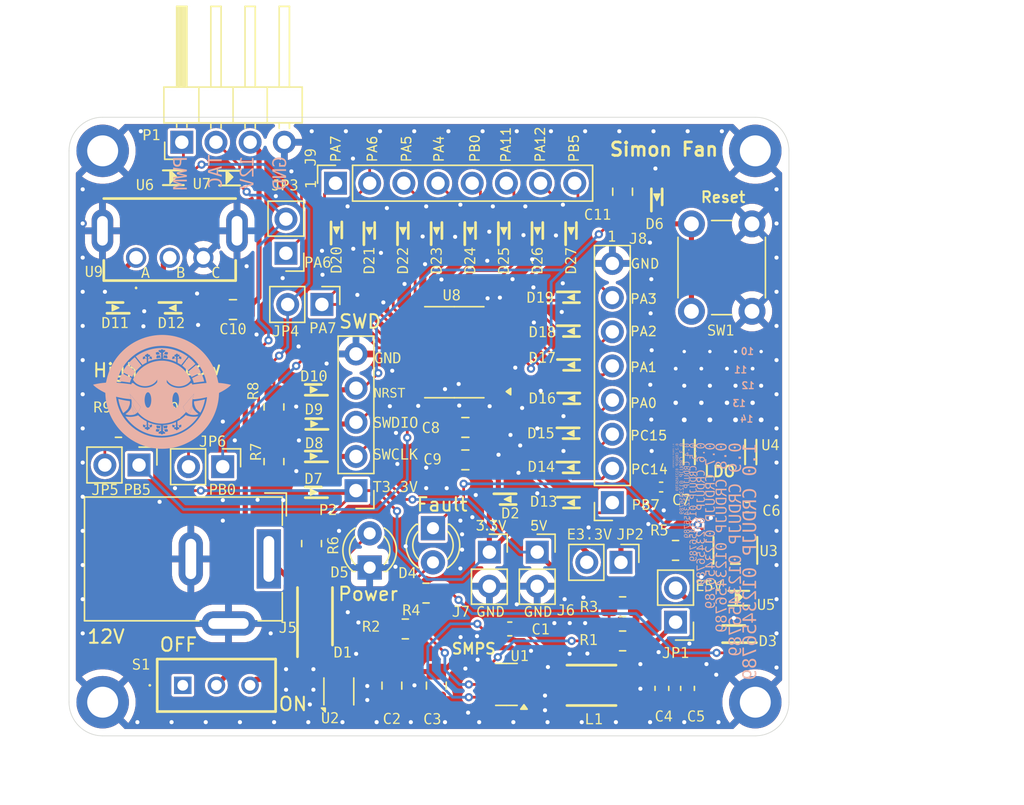
<source format=kicad_pcb>
(kicad_pcb (version 20240108) (generator "pcbnew") (generator_version "8.0")
  (title_block (title "PC Fan Control") (rev "v1.0") (comment 1 "License: MIT") (comment 2 "Author: Simon Chang"))
  (layers (0 "F.Cu" signal) (31 "B.Cu" signal) (34 "B.Paste" user) (35 "F.Paste" user) (36 "B.SilkS" user "B.Silkscreen") (37 "F.SilkS" user "F.Silkscreen") (38 "B.Mask" user) (39 "F.Mask" user) (44 "Edge.Cuts" user))
  (net 0 "")
  (net 1 "Net-(JP1-A)")
  (net 2 "+12V")
  (net 3 "+5V")
  (net 4 "Net-(JP2-A)")
  (net 5 "Net-(U3-EN)")
  (net 6 "+5V_Raw")
  (net 7 "+3.3V")
  (net 9 "GND")
  (net 10 "/MCU/PC15")
  (net 11 "NRST")
  (net 12 "/MCU/PA7")
  (net 13 "/MCU/PA0")
  (net 14 "/MCU/PB5")
  (net 15 "/MCU/PB7")
  (net 16 "/MCU/PC14")
  (net 17 "/MCU/PA1")
  (net 18 "/MCU/PA6")
  (net 19 "/MCU/PA2")
  (net 20 "/MCU/PB0")
  (net 21 "/MCU/PA4")
  (net 22 "/MCU/PA12")
  (net 23 "/MCU/PA11")
  (net 24 "/MCU/PA5")
  (net 25 "/MCU/PA3")
  (net 26 "Net-(U1-SW)")
  (net 27 "Net-(U1-VBST)")
  (net 28 "Net-(JP5-B)")
  (net 29 "Net-(JP6-B)")
  (net 30 "Net-(JP3-B)")
  (net 31 "Net-(JP4-B)")
  (net 32 "Net-(S1-COM)")
  (net 33 "Net-(D4-K)")
  (net 34 "Net-(D5-A)")
  (net 35 "Net-(U3-IN)")
  (net 36 "Net-(P2-SWCLK)")
  (net 37 "Net-(P2-SWDIO)")
  (net 38 "Net-(D4-A)")
  (net 39 "Net-(U1-VFB)")
  (net 40 "Net-(U1-EN)")
  (net 41 "Net-(J5-POWER)")
  (footprint "Capacitor_SMD:C_0402_1005Metric_Pad0.74x0.62mm_HandSolder" (layer "F.Cu") (at 150.535467 122.8906 180)
    (property "Reference" "C7")
    (property "Value" "4.7u")
  )
  (footprint "Capacitor_SMD:C_0603_1608Metric_Pad1.08x0.95mm_HandSolder" (layer "F.Cu") (at 150.5945 137.8619 90)
    (property "Reference" "C4")
    (property "Value" "22u" (hide yes))
  )
  (footprint "Connector_PinSocket_2.54mm:PinSocket_1x02_P2.54mm_Vertical" (layer "F.Cu") (at 141.3285 127.7284)
    (property "Reference" "J6")
    (property "Value" "Conn_01x02_Socket")
  )
  (footprint "Simon_Library:SOT (SOD-523)_Ti_DYA" (layer "F.Cu") (at 109.9545 109.5674 180)
    (property "Reference" "D11")
    (property "Value" "ESD321DYAR" (hide yes))
  )
  (footprint "Connector_PinHeader_2.54mm:PinHeader_1x02_P2.54mm_Vertical" (layer "F.Cu") (at 122.6545 105.5034 180)
    (property "Reference" "JP3")
    (property "Value" "Jumper_2_Bridged")
  )
  (footprint "Simon_Library:SOT (SOD-523)_Ti_DYA" (layer "F.Cu") (at 124.7235 118.2034 180)
    (property "Reference" "D9")
    (property "Value" "ESD321DYAR" (hide yes))
  )
  (footprint "Connector_PinHeader_2.54mm:PinHeader_1x02_P2.54mm_Vertical" (layer "F.Cu") (at 147.5515 128.4904 -90)
    (property "Reference" "JP2")
    (property "Value" "Jumper_2_Bridged" (hide yes))
  )
  (footprint "Connector_PinSocket_2.54mm:PinSocket_1x02_P2.54mm_Vertical" (layer "F.Cu") (at 137.7725 127.7284)
    (property "Reference" "J7")
    (property "Value" "Conn_01x02_Socket")
  )
  (footprint "Simon_Library:SOT (SOD-523)_Ti_DYA" (layer "F.Cu") (at 124.6865 120.6164 180)
    (property "Reference" "D8")
    (property "Value" "ESD321DYAR" (hide yes))
  )
  (footprint "Simon_Library:SOT (SOD-523)_Ti_DYA" (layer "F.Cu") (at 143.8751 108.78)
    (property "Reference" "D19")
    (property "Value" "ESD321DYAR" (hide yes))
  )
  (footprint "Simon_Library:SOT (SOD-523)_Ti_DYA" (layer "F.Cu") (at 136.3451 103.8154 90)
    (property "Reference" "D24")
    (property "Value" "ESD321DYAR" (hide yes))
  )
  (footprint "Simon_Library:SOT5x3_DYA_TEX" (layer "F.Cu") (at 118.4635 99.9154 180)
    (property "Reference" "U7")
    (property "Value" "TPD1E05U06DYAR" (hide yes))
  )
  (footprint "Simon_Library:Standoff" (layer "F.Cu") (at 157.535467 138.8906)
    (property "Reference" "J3" (hide yes))
    (property "Value" "~" (hide yes))
  )
  (footprint "Resistor_SMD:R_0805_2012Metric_Pad1.20x1.40mm_HandSolder" (layer "F.Cu") (at 121.7655 120.9974 90)
    (property "Reference" "R7")
    (property "Value" "10k")
  )
  (footprint "Simon_Library:SOT (SOD-523)_Ti_DYA" (layer "F.Cu") (at 124.6865 123.2834 180)
    (property "Reference" "D7")
    (property "Value" "ESD321DYAR" (hide yes))
  )
  (footprint "Simon_Library:SOT (SOD-523)_Ti_DYA" (layer "F.Cu") (at 128.8493 103.8154 90)
    (property "Reference" "D21")
    (property "Value" "ESD321DYAR" (hide yes))
  )
  (footprint "Simon_Library:SOT (SOD-523)_Ti_DYA" (layer "F.Cu") (at 141.3423 103.8154 90)
    (property "Reference" "D26")
    (property "Value" "ESD321DYAR" (hide yes))
  )
  (footprint "Simon_Library:SOT (SOD-523)_Ti_DYA" (layer "F.Cu") (at 143.9005 116.2984)
    (property "Reference" "D16")
    (property "Value" "ESD321DYAR" (hide yes))
  )
  (footprint "Simon_Library:IHLP1212BZER3R3M11" (layer "F.Cu") (at 145.3615 137.6344)
    (property "Reference" "L1")
    (property "Value" "3.3u" (hide yes))
  )
  (footprint "Simon_Library:SOT (SOD-523)_Ti_DYA" (layer "F.Cu") (at 114.2725 109.5674)
    (property "Reference" "D12")
    (property "Value" "ESD321DYAR" (hide yes))
  )
  (footprint "Simon_Library:SOD2513X117N" (layer "F.Cu") (at 155.9315 133.8244 180)
    (property "Reference" "D3")
    (property "Value" "BAT60JFILM" (hide yes))
  )
  (footprint "Simon_Library:SODFL5226X110N" (layer "F.Cu") (at 124.8135 132.5006 90)
    (property "Reference" "D1")
    (property "Value" "STPS2L40AF" (hide yes))
  )
  (footprint "Resistor_SMD:R_0805_2012Metric_Pad1.20x1.40mm_HandSolder" (layer "F.Cu") (at 147.6735 134.3324 180)
    (property "Reference" "R1")
    (property "Value" "56.2k" (hide yes))
  )
  (footprint "Capacitor_SMD:C_0805_2012Metric_Pad1.18x1.45mm_HandSolder" (layer "F.Cu") (at 118.7175 109.6944 180)
    (property "Reference" "C10")
    (property "Value" "4.7u_12V")
  )
  (footprint "Simon_Library:Standoff" (layer "F.Cu") (at 109.035467 138.8906)
    (property "Reference" "J4" (hide yes))
    (property "Value" "~" (hide yes))
  )
  (footprint "Simon_Library:SOT23-5L_STM" (layer "F.Cu") (at 156.0555 127.6014 -90)
    (property "Reference" "U3")
    (property "Value" "STMPS2141STR")
  )
  (footprint "Button_Switch_THT:SW_PUSH_6mm_H9.5mm" (layer "F.Cu") (at 157.2895 103.3214 -90)
    (property "Reference" "SW1")
    (property "Value" "SW_Push")
  )
  (footprint "Simon_Library:SOT5x3_DYA_TEX" (layer "F.Cu") (at 156.3095 131.1574 180)
    (property "Reference" "U5")
    (property "Value" "TPD1E05U06DYAR")
  )
  (footprint "Simon_Library:Standoff" (layer "F.Cu") (at 157.535467 97.8906)
    (property "Reference" "J1" (hide yes))
    (property "Value" "~" (hide yes))
  )
  (footprint "Simon_Library:SOT (SOD-523)_Ti_DYA" (layer "F.Cu") (at 139.1645 123.7914)
    (property "Reference" "D2")
    (property "Value" "ESD321DYAR" (hide yes))
  )
  (footprint "Simon_Library:SOT (SOD-523)_Ti_DYA" (layer "F.Cu") (at 138.8437 103.8154 90)
    (property "Reference" "D25")
    (property "Value" "ESD321DYAR" (hide yes))
  )
  (footprint "Connector_PinHeader_2.54mm:PinHeader_1x02_P2.54mm_Vertical" (layer "F.Cu") (at 151.6105 132.9404 180)
    (property "Reference" "JP1")
    (property "Value" "Jumper_2_Bridged" (hide yes))
  )
  (footprint "Connector_PinSocket_2.54mm:PinSocket_1x08_P2.54mm_Vertical" (layer "F.Cu") (at 126.3375 100.2964 90)
    (property "Reference" "J9")
    (property "Value" "Conn_01x08_Pin")
  )
  (footprint "Capacitor_SMD:C_0805_2012Metric_Pad1.18x1.45mm_HandSolder" (layer "F.Cu") (at 130.5285 137.6559 -90)
    (property "Reference" "C2")
    (property "Value" "10u" (hide yes))
  )
  (footprint "LED_THT:LED_D3.0mm" (layer "F.Cu") (at 128.8775 128.8764 90)
    (property "Reference" "D5")
    (property "Value" "green" (hide yes))
  )
  (footprint "Resistor_SMD:R_0805_2012Metric_Pad1.20x1.40mm_HandSolder" (layer "F.Cu") (at 131.5285 133.4434)
    (property "Reference" "R2")
    (property "Value" "10k" (hide yes))
  )
  (footprint "Resistor_SMD:R_0805_2012Metric_Pad1.20x1.40mm_HandSolder" (layer "F.Cu") (at 110.2085 118.4574 180)
    (property "Reference" "R9")
    (property "Value" "10k" (hide yes))
  )
  (footprint "Package_SON:WSON-6-1EP_2x2mm_P0.65mm_EP1x1.6mm" (layer "F.Cu") (at 126.586467 138.0871 90)
    (property "Reference" "U2")
    (property "Value" "TVS1400DRV" (hide yes))
  )
  (footprint "Simon_Library:SOT (SOD-523)_Ti_DYA" (layer "F.Cu") (at 124.6865 115.6634 180)
    (property "Reference" "D10")
    (property "Value" "ESD321DYAR" (hide yes))
  )
  (footprint "Resistor_SMD:R_0805_2012Metric_Pad1.20x1.40mm_HandSolder" (layer "F.Cu") (at 114.5105 118.4574)
    (property "Reference" "R10")
    (property "Value" "10k" (hide yes))
  )
  (footprint "Connector_BarrelJack:BarrelJack_Wuerth_6941xx301002" (layer "F.Cu") (at 121.3845 128.2364 -90)
    (property "Reference" "J5")
    (property "Value" "694106301002")
  )
  (footprint "Simon_Library:SOT5x3_DYA_TEX" (layer "F.Cu") (at 114.286167 99.8906 180)
    (property "Reference" "U6")
    (property "Value" "TPD1E05U06DYAR" (hide yes))
  )
  (footprint "Simon_Library:SOT (SOD-523)_Ti_DYA" (layer "F.Cu") (at 133.8465 103.8154 90)
    (property "Reference" "D23")
    (property "Value" "ESD321DYAR" (hide yes))
  )
  (footprint "Simon_Library:SOT (SOD-523)_Ti_DYA" (layer "F.Cu") (at 143.8497 121.4344)
    (property "Reference" "D14")
    (property "Value" "ESD321DYAR" (hide yes))
  )
  (footprint "Connector_PinHeader_2.54mm:PinHeader_1x02_P2.54mm_Vertical" (layer "F.Cu") (at 117.9555 121.3784 -90)
    (property "Reference" "JP6")
    (property "Value" "Jumper_2_Bridged")
  )
  (footprint "Connector_PinHeader_2.54mm:PinHeader_1x02_P2.54mm_Vertical" (layer "F.Cu") (at 125.3265 109.3134 -90)
    (property "Reference" "JP4")
    (property "Value" "Jumper_2_Bridged")
  )
  (footprint "Simon_Library:SOT (SOD-523)_Ti_DYA" (layer "F.Cu") (at 143.8751 111.2946)
    (property "Reference" "D18")
    (property "Value" "ESD321DYAR" (hide yes))
  )
  (footprint "Resistor_SMD:R_0805_2012Metric_Pad1.20x1.40mm_HandSolder" (layer "F.Cu") (at 151.6105 127.6014 180)
    (property "Reference" "R5")
    (property "Value" "10k")
  )
  (footprint "Simon_Library:SOT (SOD-523)_Ti_DYA" (layer "F.Cu") (at 143.8497 118.8892)
    (property "Reference" "D15")
    (property "Value" "ESD321DYAR" (hide yes))
  )
  (footprint "Simon_Library:SOT (SOD-523)_Ti_DYA" (layer "F.Cu") (at 150.2135 101.3124 90)
    (property "Reference" "D6")
    (property "Value" "ESD321DYAR" (hide yes))
  )
  (footprint "Simon_Library:Standoff" (layer "F.Cu") (at 109.035467 97.8906)
    (property "Reference" "J2" (hide yes))
    (property "Value" "~" (hide yes))
  )
  (footprint "LED_THT:LED_D3.0mm" (layer "F.Cu") (at 133.5815 125.9504 -90)
    (property "Reference" "D4")
    (property "Value" "red" (hide yes))
  )
  (footprint "Connector_PinHeader_2.54mm:PinHeader_1x04_P2.54mm_Horizontal" (layer "F.Cu") (at 114.915467 97.2484 90)
    (property "Reference" "P1")
    (property "Value" "Fan")
  )
  (footprint "Capacitor_SMD:C_0603_1608Metric_Pad1.08x0.95mm_HandSolder" (layer "F.Cu") (at 152.4995 137.8619 90)
    (property "Reference" "C5")
    (property "Value" "22u" (hide yes))
  )
  (footprint "Capacitor_SMD:C_0805_2012Metric_Pad1.18x1.45mm_HandSolder" (layer "F.Cu") (at 135.9895 118.4574 180)
    (property "Reference" "C8")
    (property "Value" "4.7u" (hide yes))
  )
  (footprint "Connector_PinHeader_2.54mm:PinHeader_1x02_P2.54mm_Vertical" (layer "F.Cu") (at 111.7375 121.2514 -90)
    (property "Reference" "JP5")
    (property "Value" "Jumper_2_Bridged")
  )
  (footprint "Capacitor_SMD:C_0603_1608Metric_Pad1.08x0.95mm_HandSolder" (layer "F.Cu") (at 139.2915 133.4434)
    (property "Reference" "C1")
    (property "Value" "100n" (hide yes))
  )
  (footprint "Simon_Library:S2" (layer "F.Cu") (at 113.310467 115.8656)
    (property "Reference" "REF**" (hide yes))
    (property "Value" "S2" (hide yes))
  )
  (footprint "Simon_Library:SLW8839352AD" (layer "F.Cu") (at 114.9875 137.6344)
    (property "Reference" "S1")
    (property "Value" "SLW-883935-2A-D" (hide yes))
  )
  (footprint "Simon_Library:SOT (SOD-523)_Ti_DYA" (layer "F.Cu") (at 143.8889 113.8092)
    (property "Reference" "D17")
    (property "Value" "ESD321DYAR" (hide yes))
  )
  (footprint "Simon_Library:SOT (SOD-523)_Ti_DYA" (layer "F.Cu") (at 131.3479 103.8154 90)
    (property "Reference" "D22")
    (property "Value" "ESD321DYAR" (hide yes))
  )
  (footprint "Resistor_SMD:R_0805_2012Metric_Pad1.20x1.40mm_HandSolder" (layer "F.Cu") (at 121.7655 116.9334 90)
    (property "Reference" "R8")
    (property "Value" "10k")
  )
  (footprint "Package_SO:TSSOP-20_4.4x6.5mm_P0.65mm" (layer "F.Cu") (at 135.169 112.8654 180)
    (property "Reference" "U8")
    (property "Value" "STM32G030F6Px" (hide yes))
  )
  (footprint "Simon_Library:TO252-3" (layer "F.Cu") (at 154.9125 115.6634)
    (property "Reference" "U4")
    (property "Value" "LP38690DTX-3.3/NOPB")
  )
  (footprint "Capacitor_SMD:C_0805_2012Metric_Pad1.18x1.45mm_HandSolder" (layer "F.Cu") (at 147.6735 100.9314 90)
    (property "Reference" "C11")
    (property "Value" "100n")
  )
  (footprint "Capacitor_SMD:C_0402_1005Metric_Pad0.74x0.62mm_HandSolder" (layer "F.Cu") (at 156.935467 124.3906)
    (property "Reference" "C6")
    (property "Value" "1u")
  )
  (footprint "Resistor_SMD:R_0805_2012Metric_Pad1.20x1.40mm_HandSolder" (layer "F.Cu") (at 124.5595 127.0934 -90)
    (property "Reference" "R6")
    (property "Value" "330" (hide yes))
  )
  (footprint "Simon_Library:SOT (SOD-523)_Ti_DYA" (layer "F.Cu") (at 143.8409 103.8154 90)
    (property "Reference" "D27")
    (property "Value" "ESD321DYAR" (hide yes))
  )
  (footprint "Simon_Library:SOT (SOD-523)_Ti_DYA" (layer "F.Cu") (at 126.407 103.7721 90)
    (property "Reference" "D20")
    (property "Value" "ESD321DYAR" (hide yes))
  )
  (footprint "Simon_Library:SOT (SOD-523)_Ti_DYA" (layer "F.Cu") (at 143.8751 124.0454)
    (property "Reference" "D13")
    (property "Value" "ESD321DYAR" (hide yes))
  )
  (footprint "Capacitor_SMD:C_0805_2012Metric_Pad1.18x1.45mm_HandSolder" (layer "F.Cu") (at 135.9895 120.8704 180)
    (property "Reference" "C9")
    (property "Value" "100n" (hide yes))
  )
  (footprint "Capacitor_SMD:C_0805_2012Metric_Pad1.18x1.45mm_HandSolder" (layer "F.Cu") (at 133.8305 137.6559 -90)
    (property "Reference" "C3")
    (property "Value" "10u" (hide yes))
  )
  (footprint "Package_TO_SOT_SMD:TSOT-23-6" (layer "F.Cu") (at 139.043 137.5684 180)
    (property "Reference" "U1")
    (property "Value" "TPS562201DDCR" (hide yes))
  )
  (footprint "Connector_PinSocket_2.54mm:PinSocket_1x08_P2.54mm_Vertical" (layer "F.Cu") (at 146.9115 124.0454 180)
    (property "Reference" "J8")
    (property "Value" "Conn_01x08_Pin")
  )
  (footprint "Resistor_SMD:R_0805_2012Metric_Pad1.20x1.40mm_HandSolder" (layer "F.Cu") (at 147.6735 131.7924)
    (property "Reference" "R3")
    (property "Value" "10k" (hide yes))
  )
  (footprint "Resistor_SMD:R_0805_2012Metric_Pad1.20x1.40mm_HandSolder" (layer "F.Cu") (at 133.0685 130.7764 180)
    (property "Reference" "R4")
    (property "Value" "1k")
  )
  (footprint "Connector_PinHeader_2.54mm:PinHeader_1x05_P2.54mm_Vertical" (layer "F.Cu") (at 127.8615 123.1564 180)
    (property "Reference" "P2")
    (property "Value" "SWD")
  )
  (footprint "Simon_Library:EC10E1220503" (layer "F.Cu") (at 111.5185 105.8374)
    (property "Reference" "U9")
    (property "Value" "EC10E1220503" (hide yes))
  )
  (gr_rect (start 125.788667 136.7932) (end 126.728467 137.1488) (stroke (width 0.2)) (fill solid) (layer "F.Cu") (net 2))
  (gr_line (start 157.535467 141.3906) (end 109.035467 141.3906) (stroke (width 0.05)) (layer "Edge.Cuts"))
  (gr_line (start 106.535467 138.8906) (end 106.535467 97.8906) (stroke (width 0.05)) (layer "Edge.Cuts"))
  (gr_arc (start 109.035467 141.3906) (mid 107.2677 140.658367) (end 106.535467 138.8906) (stroke (width 0.05)) (layer "Edge.Cuts"))
  (gr_arc (start 157.535467 95.3906) (mid 159.303234 96.122833) (end 160.035467 97.8906) (stroke (width 0.05)) (layer "Edge.Cuts"))
  (gr_line (start 109.035467 95.3906) (end 157.535467 95.3906) (stroke (width 0.05)) (layer "Edge.Cuts"))
  (gr_line (start 160.035467 97.8906) (end 160.035467 138.8906) (stroke (width 0.05)) (layer "Edge.Cuts"))
  (gr_arc (start 106.535467 97.8906) (mid 107.2677 96.122833) (end 109.035467 95.3906) (stroke (width 0.05)) (layer "Edge.Cuts"))
  (gr_arc (start 160.035467 138.8906) (mid 159.303234 140.658367) (end 157.535467 141.3906) (stroke (width 0.05)) (layer "Edge.Cuts"))
  (gr_text "14" (at 157.437067 118.1242 0) (layer "B.SilkS") (effects (font (size 0.5 0.5) (thickness 0.1)) (justify left bottom mirror)))
  (gr_text "10" (at 157.487867 113.095 0) (layer "B.SilkS") (effects (font (size 0.5 0.5) (thickness 0.1)) (justify left bottom mirror)))
  (gr_text "0.9 CRDUJP 0123456789\n" (at 156.624267 119.572 90) (layer "B.SilkS") (effects (font (size 0.9 0.9) (thickness 0.075)) (justify left bottom mirror)))
  (gr_text "0.2 CRDUJP 0123456789" (at 151.849067 119.6482 90) (layer "B.SilkS") (effects (font (size 0.2 0.2) (thickness 0.025)) (justify left bottom mirror)))
  (gr_text "0.5 CRDUJP 0123456789\n" (at 153.246067 119.5974 90) (layer "B.SilkS") (effects (font (size 0.5 0.5) (thickness 0.0625)) (justify left bottom mirror)))
  (gr_text "0.6 CRDUJP 0123456789\n" (at 153.881067 119.572 90) (layer "B.SilkS") (effects (font (size 0.6 0.6) (thickness 0.075)) (justify left bottom mirror)))
  (gr_text "0.7 CRDUJP 0123456789\n" (at 154.643067 119.572 90) (layer "B.SilkS") (effects (font (size 0.7 0.7) (thickness 0.075)) (justify left bottom mirror)))
  (gr_text "13" (at 156.878267 116.9558 0) (layer "B.SilkS") (effects (font (size 0.5 0.5) (thickness 0.1)) (justify left bottom mirror)))
  (gr_text "0.4 CRDUJP 0123456789\n" (at 152.712667 119.6228 90) (layer "B.SilkS") (effects (font (size 0.4 0.4) (thickness 0.05)) (justify left bottom mirror)))
  (gr_text "PWM" (at 115.460467 98.2906 90) (layer "B.SilkS") (effects (font (size 1 1) (thickness 0.1)) (justify left bottom mirror)))
  (gr_text "0.3 CRDUJP 0123456789\n" (at 152.255467 119.6228 90) (layer "B.SilkS") (effects (font (size 0.3 0.3) (thickness 0.0375)) (justify left bottom mirror)))
  (gr_text "TAC" (at 118.051267 98.1636 90) (layer "B.SilkS") (effects (font (size 1 1) (thickness 0.1)) (justify left bottom mirror)))
  (gr_text "1.0 CRDUJP 0123456789\n" (at 157.767267 119.572 90) (layer "B.SilkS") (effects (font (size 1 1) (thickness 0.075)) (justify left bottom mirror)))
  (gr_text "0.8 CRDUJP 0123456789\n" (at 155.532067 119.572 90) (layer "B.SilkS") (effects (font (size 0.8 0.8) (thickness 0.075)) (justify left bottom mirror)))
  (gr_text "12V" (at 120.413467 98.2398 90) (layer "B.SilkS") (effects (font (size 1 1) (thickness 0.1)) (justify left bottom mirror)))
  (gr_text "11" (at 156.979867 114.4666 0) (layer "B.SilkS") (effects (font (size 0.5 0.5) (thickness 0.1)) (justify left bottom mirror)))
  (gr_text "12" (at 157.538667 115.635 0) (layer "B.SilkS") (effects (font (size 0.5 0.5) (thickness 0.1)) (justify left bottom mirror)))
  (gr_text "GND" (at 122.835467 98.3156 90) (layer "B.SilkS") (effects (font (size 1 1) (thickness 0.1)) (justify left bottom mirror)))
  (gr_text "0.1 CRDUJP 0123456789" (at 151.518867 119.6736 90) (layer "B.SilkS") (effects (font (size 0.1 0.1) (thickness 0.0125)) (justify left bottom mirror)))
  (gr_text "LDO" (at 154.8871 121.734 0) (layer "F.SilkS") (effects (font (size 0.8 0.8))))
  (gr_text "C" (at 117.4475 107.002 0) (layer "F.SilkS") (effects (font (size 0.8 0.8))))
  (gr_text "PA12" (at 141.960467 98.7978 90) (layer "F.SilkS") (effects (font (size 0.7 0.7) (thickness 0.1)) (justify left bottom)))
  (gr_text "PA1" (at 148.1815 114.3934 0) (layer "F.SilkS") (effects (font (size 0.7 0.7) (thickness 0.1)) (justify left bottom)))
  (gr_text "PB5" (at 144.4731 98.7978 90) (layer "F.SilkS") (effects (font (size 0.7 0.7) (thickness 0.1)) (justify left bottom)))
  (gr_text "PA7" (at 125.3977 111.1168 0) (layer "F.SilkS") (effects (font (size 0.8 0.8))))
  (gr_text "GND" (at 136.7261 132.5798 0) (layer "F.SilkS") (effects (font (size 0.7 0.7) (thickness 0.1)) (justify left bottom)))
  (gr_text "1" (at 146.8607 104.3096 0) (layer "F.SilkS") (effects (font (size 0.8 0.8))))
  (gr_text "GND" (at 130.2237 113.352 0) (layer "F.SilkS") (effects (font (size 0.8 0.8))))
  (gr_text "PA6" (at 125.0167 106.24 0) (layer "F.SilkS") (effects (font (size 0.8 0.8))))
  (gr_text "T3.3V" (at 130.7825 122.9278 0) (layer "F.SilkS") (effects (font (size 0.8 0.8))))
  (gr_text "PA3" (at 148.1815 109.3134 0) (layer "F.SilkS") (effects (font (size 0.7 0.7) (thickness 0.1)) (justify left bottom)))
  (gr_text "PA5" (at 132.0271 98.7978 90) (layer "F.SilkS") (effects (font (size 0.7 0.7) (thickness 0.1)) (justify left bottom)))
  (gr_text "High" (at 109.989867 114.2126 0) (layer "F.SilkS") (effects (font (size 1 1))))
  (gr_text "OFF" (at 113.1803 135.196 0) (layer "F.SilkS") (effects (font (size 1 1)) (justify left bottom)))
  (gr_text "Reset" (at 155.1411 101.3378 0) (layer "F.SilkS") (effects (font (size 0.8 0.8))))
  (gr_text "PC14" (at 148.2323 121.988 0) (layer "F.SilkS") (effects (font (size 0.7 0.7) (thickness 0.1)) (justify left bottom)))
  (gr_text "PA11" (at 139.410467 98.8156 90) (layer "F.SilkS") (effects (font (size 0.7 0.7) (thickness 0.1)) (justify left bottom)))
  (gr_text "SWD" (at 128.1663 110.5834 0) (layer "F.SilkS") (effects (font (size 1 1))))
  (gr_text "GND" (at 140.2567 132.5798 0) (layer "F.SilkS") (effects (font (size 0.7 0.7) (thickness 0.1)) (justify left bottom)))
  (gr_text "SWDIO" (at 130.8079 118.1526 0) (layer "F.SilkS") (effects (font (size 0.8 0.8))))
  (gr_text "NRST" (at 130.3507 115.9428 0) (layer "F.SilkS") (effects (font (size 0.7 0.7) (thickness 0.125))))
  (gr_text "Simon Fan" (at 146.616667 98.363 0) (layer "F.SilkS") (effects (font (size 1 1) (thickness 0.2) (bold yes)) (justify left bottom)))
  (gr_text "PB0" (at 137.1071 98.7978 90) (layer "F.SilkS") (effects (font (size 0.7 0.7) (thickness 0.1)) (justify left bottom)))
  (gr_text "ON" (at 122.029467 139.6126 0) (layer "F.SilkS") (effects (font (size 1 1)) (justify left bottom)))
  (gr_text "E5V" (at 154.0997 130.2938 0) (layer "F.SilkS") (effects (font (size 0.8 0.8))))
  (gr_text "5V" (at 140.7393 126.179 0) (layer "F.SilkS") (effects (font (size 0.7 0.7) (thickness 0.1)) (justify left bottom)))
  (gr_text "B" (at 114.8313 107.002 0) (layer "F.SilkS") (effects (font (size 0.8 0.8))))
  (gr_text "PB5" (at 111.6055 123.131 0) (layer "F.SilkS") (effects (font (size 0.8 0.8))))
  (gr_text "PB0" (at 117.9301 123.131 0) (layer "F.SilkS") (effects (font (size 0.8 0.8))))
  (gr_text "PA4" (at 134.4401 98.7978 90) (layer "F.SilkS") (effects (font (size 0.7 0.7) (thickness 0.1)) (justify left bottom)))
  (gr_text "12V" (at 109.285467 134.0156 0) (layer "F.SilkS") (effects (font (size 1 1))))
  (gr_text "SMPS" (at 136.610467 134.9156 0) (layer "F.SilkS") (effects (font (size 0.8 0.8))))
  (gr_text "E3.3V" (at 145.2097 126.4584 0) (layer "F.SilkS") (effects (font (size 0.8 0.8))))
  (gr_text "1" (at 124.5595 100.398 90) (layer "F.SilkS") (effects (font (size 0.8 0.8))))
  (gr_text "PA7" (at 126.7693 98.7978 90) (layer "F.SilkS") (effects (font (size 0.7 0.7) (thickness 0.1)) (justify left bottom)))
  (gr_text "PA6" (at 129.4871 98.7978 90) (layer "F.SilkS") (effects (font (size 0.7 0.7) (thickness 0.1)) (justify left bottom)))
  (gr_text "Low" (at 116.441467 114.0602 0) (layer "F.SilkS") (effects (font (size 1 1))))
  (gr_text "3.3V" (at 136.7007 126.179 0) (layer "F.SilkS") (effects (font (size 0.7 0.7) (thickness 0.1)) (justify left bottom)))
  (gr_text "SWCLK" (at 130.7825 120.5148 0) (layer "F.SilkS") (effects (font (size 0.8 0.8))))
  (gr_text "A" (at 112.2151 107.002 0) (layer "F.SilkS") (effects (font (size 0.8 0.8))))
  (gr_text "PB7" (at 148.2831 124.6296 0) (layer "F.SilkS") (effects (font (size 0.7 0.7) (thickness 0.1)) (justify left bottom)))
  (gr_text "GND" (at 148.2069 106.6972 0) (layer "F.SilkS") (effects (font (size 0.7 0.7) (thickness 0.1)) (justify left bottom)))
  (gr_text "PC15" (at 148.1815 119.4734 0) (layer "F.SilkS") (effects (font (size 0.7 0.7) (thickness 0.1)) (justify left bottom)))
  (gr_text "PA2" (at 148.1815 111.7264 0) (layer "F.SilkS") (effects (font (size 0.7 0.7) (thickness 0.1)) (justify left bottom)))
  (gr_text "PA0" (at 148.1815 117.0604 0) (layer "F.SilkS") (effects (font (size 0.7 0.7) (thickness 0.1)) (justify left bottom)))
  (segment (start 150.5415 138.7774) (end 150.5945 138.7244) (width 0.381) (layer "F.Cu") (net 1))
  (segment (start 148.0545 138.7774) (end 150.5415 138.7774) (width 0.381) (layer "F.Cu") (net 1))
  (segment (start 148.6735 134.7294) (end 148.6735 134.3324) (width 0.381) (layer "F.Cu") (net 1))
  (segment (start 150.5945 138.7244) (end 152.4995 138.7244) (width 0.381) (layer "F.Cu") (net 1))
  (segment (start 146.9115 136.4914) (end 148.6735 134.7294) (width 0.381) (layer "F.Cu") (net 1))
  (segment (start 148.6735 134.3324) (end 150.2185 134.3324) (width 0.381) (layer "F.Cu") (net 1))
  (segment (start 146.9115 137.6344) (end 146.9115 136.4914) (width 0.381) (layer "F.Cu") (net 1))
  (segment (start 150.2185 134.3324) (end 151.6105 132.9404) (width 0.381) (layer "F.Cu") (net 1))
  (segment (start 146.9115 137.6344) (end 148.0545 138.7774) (width 0.381) (layer "F.Cu") (net 1))
  (segment (start 140.1805 135.6024) (end 140.1805 136.6184) (width 0.381) (layer "F.Cu") (net 2))
  (segment (start 130.5285 136.6184) (end 127.7258 136.6184) (width 0.381) (layer "F.Cu") (net 2))
  (segment (start 130.5285 136.6184) (end 133.8305 136.6184) (width 0.381) (layer "F.Cu") (net 2))
  (segment (start 139.4185 134.8404) (end 140.1805 135.6024) (width 0.381) (layer "F.Cu") (net 2))
  (segment (start 120.4285 137.1934) (end 119.9875 137.6344) (width 0.381) (layer "F.Cu") (net 2))
  (segment (start 127.1508 137.1934) (end 120.4285 137.1934) (width 0.381) (layer "F.Cu") (net 2))
  (segment (start 119.6319 109.8175) (end 119.6319 130.3712) (width 0.381) (layer "F.Cu") (net 2))
  (segment (start 119.995467 97.2484) (end 120.655967 97.9089) (width 0.381) (layer "F.Cu") (net 2))
  (segment (start 120.655967 108.793433) (end 119.755 109.6944) (width 0.381) (layer "F.Cu") (net 2))
  (segment (start 130.5285 133.4434) (end 130.5285 136.6184) (width 0.2032) (layer "F.Cu") (net 2))
  (segment (start 119.6319 130.3712) (end 121.6343 132.3736) (width 0.381) (layer "F.Cu") (net 2))
  (segment (start 121.6343 132.3736) (end 126.2837 132.3736) (width 0.381) (layer "F.Cu") (net 2))
  (segment (start 134.3385 136.6184) (end 136.1165 134.8404) (width 0.381) (layer "F.Cu") (net 2))
  (segment (start 133.8305 136.6184) (end 134.3385 136.6184) (width 0.381) (layer "F.Cu") (net 2))
  (segment (start 120.655967 97.9089) (end 120.655967 108.793433) (width 0.381) (layer "F.Cu") (net 2))
  (segment (start 126.2837 132.3736) (end 130.5285 136.6184) (width 0.381) (layer "F.Cu") (net 2))
  (segment (start 127.7258 136.6184) (end 127.1508 137.1934) (width 0.381) (layer "F.Cu") (net 2))
  (segment (start 136.1165 134.8404) (end 139.4185 134.8404) (width 0.381) (layer "F.Cu") (net 2))
  (segment (start 119.755 109.6944) (end 119.6319 109.8175) (width 0.381) (layer "F.Cu") (net 2))
  (segment (start 121.7655 117.9334) (end 121.7655 118.178) (width 0.2032) (layer "F.Cu") (net 3))
  (segment (start 156.367967 124.3906) (end 156.367967 122.995333) (width 0.381) (layer "F.Cu") (net 3))
  (segment (start 126.7693 122.0016) (end 126.4019 122.369) (width 0.2032) (layer "F.Cu") (net 3))
  (segment (start 149.3245 127.170144) (end 151.969644 124.525) (width 0.381) (layer "F.Cu") (net 3))
  (segment (start 129.7039 122.0016) (end 126.7693 122.0016) (width 0.2032) (layer "F.Cu") (net 3))
  (segment (start 126.4019 122.369) (end 122.1371 122.369) (width 0.2032) (layer "F.Cu") (net 3))
  (segment (start 121.7655 118.178) (end 122.7703 119.1828) (width 0.2032) (layer "F.Cu") (net 3))
  (segment (start 156.367967 124.728666) (end 156.367967 124.3906) (width 0.381) (layer "F.Cu") (net 3))
  (segment (start 132.0525 123.8168) (end 131.5191 123.8168) (width 0.2032) (layer "F.Cu") (net 3))
  (segment (start 122.7703 119.1828) (end 122.7703 120.9926) (width 0.2032) (layer "F.Cu") (net 3))
  (segment (start 149.3245 129.3556) (end 149.3245 127.170144) (width 0.381) (layer "F.Cu") (net 3))
  (segment (start 153.322267 124.525) (end 155.656067 122.1912) (width 0.381) (layer "F.Cu") (net 3))
  (segment (start 122.7703 120.9926) (end 121.7655 121.9974) (width 0.2032) (layer "F.Cu") (net 3))
  (segment (start 157.005501 125.3662) (end 156.367967 124.728666) (width 0.381) (layer "F.Cu") (net 3))
  (segment (start 156.367967 122.995333) (end 157.1975 122.1658) (width 0.381) (layer "F.Cu") (net 3))
  (segment (start 143.9955 130.3954) (end 148.2847 130.3954) (width 0.381) (layer "F.Cu") (net 3))
  (segment (start 155.656067 122.1912) (end 157.1721 122.1912) (width 0.381) (layer "F.Cu") (net 3))
  (segment (start 157.1721 122.1912) (end 157.1975 122.1658) (width 0.381) (layer "F.Cu") (net 3))
  (segment (start 141.3285 127.7284) (end 143.9955 130.3954) (width 0.381) (layer "F.Cu") (net 3))
  (segment (start 122.1371 122.369) (end 121.7655 121.9974) (width 0.2032) (layer "F.Cu") (net 3))
  (segment (start 148.2847 130.3954) (end 149.3245 129.3556) (width 0.381) (layer "F.Cu") (net 3))
  (segment (start 131.5191 123.8168) (end 129.7039 122.0016) (width 0.2032) (layer "F.Cu") (net 3))
  (segment (start 151.969644 124.525) (end 153.322267 124.525) (width 0.381) (layer "F.Cu") (net 3))
  (segment (start 157.005501 126.4076) (end 157.005501 125.3662) (width 0.381) (layer "F.Cu") (net 3))
  (via (at 132.0525 123.8168) (size 0.6096) (drill 0.3048) (layers "F.Cu" "B.Cu") (net 3))
  (segment (start 136.1705 123.8168) (end 140.0821 127.7284) (width 0.2032) (layer "B.Cu") (net 3))
  (segment (start 132.0525 123.8168) (end 136.1705 123.8168) (width 0.2032) (layer "B.Cu") (net 3))
  (segment (start 140.0821 127.7284) (end 141.3285 127.7284) (width 0.2032) (layer "B.Cu") (net 3))
  (segment (start 151.827767 122.1658) (end 151.102967 122.8906) (width 0.381) (layer "F.Cu") (net 4))
  (segment (start 152.6275 122.1658) (end 151.827767 122.1658) (width 0.381) (layer "F.Cu") (net 4))
  (segment (start 147.5515 126.454841) (end 151.102967 122.903374) (width 0.381) (layer "F.Cu") (net 4))
  (segment (start 151.102967 122.903374) (end 151.102967 122.8906) (width 0.381) (layer "F.Cu") (net 4))
  (segment (start 147.5515 128.4904) (end 147.5515 126.454841) (width 0.381) (layer "F.Cu") (net 4))
  (segment (start 155.105499 128.7952) (end 153.8043 128.7952) (width 0.2032) (layer "F.Cu") (net 5))
  (segment (start 153.8043 128.7952) (end 152.6105 127.6014) (width 0.2032) (layer "F.Cu") (net 5))
  (segment (start 154.7915 133.8244) (end 154.7915 133.5814) (width 0.381) (layer "F.Cu") (net 6))
  (segment (start 154.7915 133.5814) (end 151.6105 130.4004) (width 0.381) (layer "F.Cu") (net 6))
  (segment (start 113.5105 121.106534) (end 113.5105 118.4574) (width 0.2032) (layer "F.Cu") (net 7))
  (segment (start 127.8615 123.1564) (end 124.9245 126.0934) (width 0.2032) (layer "F.Cu") (net 7))
  (segment (start 116.3299 123.1564) (end 115.560366 123.1564) (width 0.2032) (layer "F.Cu") (net 7))
  (segment (start 138.4395 122.2829) (end 137.027 120.8704) (width 0.381) (layer "F.Cu") (net 7))
  (segment (start 136.3705 117.8009) (end 136.3705 114.712932) (width 0.381) (layer "F.Cu") (net 7))
  (segment (start 143.1015 125.8234) (end 145.0115 127.7334) (width 0.381) (layer "F.Cu") (net 7))
  (segment (start 137.243032 113.8404) (end 138.0315 113.8404) (width 0.381) (layer "F.Cu") (net 7))
  (segment (start 137.7725 127.7284) (end 139.6775 125.8234) (width 0.381) (layer "F.Cu") (net 7))
  (segment (start 115.560366 123.1564) (end 113.5105 121.106534) (width 0.2032) (layer "F.Cu") (net 7))
  (segment (start 137.7725 127.7284) (end 137.7725 124.4584) (width 0.381) (layer "F.Cu") (net 7))
  (segment (start 137.7725 124.4584) (end 138.4395 123.7914) (width 0.381) (layer "F.Cu") (net 7))
  (segment (start 136.3705 114.712932) (end 137.243032 113.8404) (width 0.381) (layer "F.Cu") (net 7))
  (segment (start 137.027 120.8704) (end 137.027 118.4574) (width 0.381) (layer "F.Cu") (net 7))
  (segment (start 137.027 118.4574) (end 136.3705 117.8009) (width 0.381) (layer "F.Cu") (net 7))
  (segment (start 127.8615 123.1564) (end 129.3855 123.1564) (width 0.2032) (layer "F.Cu") (net 7))
  (segment (start 138.4395 123.7914) (end 138.4395 122.2829) (width 0.381) (layer "F.Cu") (net 7))
  (segment (start 129.3855 123.1564) (end 130.9095 124.6804) (width 0.2032) (layer "F.Cu") (net 7))
  (segment (start 127.7345 123.2834) (end 127.8615 123.1564) (width 0.381) (layer "F.Cu") (net 7))
  (segment (start 111.2085 118.4574) (end 113.5105 118.4574) (width 0.2032) (layer "F.Cu") (net 7))
  (segment (start 139.6775 125.8234) (end 143.1015 125.8234) (width 0.381) (layer "F.Cu") (net 7))
  (segment (start 124.9245 126.0934) (end 124.5595 126.0934) (width 0.2032) (layer "F.Cu") (net 7))
  (segment (start 125.4115 123.2834) (end 127.7345 123.2834) (width 0.381) (layer "F.Cu") (net 7))
  (segment (start 145.0115 127.7334) (end 145.0115 128.4904) (width 0.381) (layer "F.Cu") (net 7))
  (via (at 130.9095 124.6804) (size 0.6096) (drill 0.3048) (layers "F.Cu" "B.Cu") (net 7))
  (via (at 116.3299 123.1564) (size 0.6096) (drill 0.3048) (layers "F.Cu" "B.Cu") (net 7))
  (segment (start 133.147655 129.7604) (end 135.7405 129.7604) (width 0.2032) (layer "B.Cu") (net 7))
  (segment (start 130.9095 127.522245) (end 133.147655 129.7604) (width 0.2032) (layer "B.Cu") (net 7))
  (segment (start 135.7405 129.7604) (end 137.7725 127.7284) (width 0.2032) (layer "B.Cu") (net 7))
  (segment (start 116.3299 123.1564) (end 127.8615 123.1564) (width 0.2032) (layer "B.Cu") (net 7))
  (segment (start 130.9095 124.6804) (end 130.9095 127.522245) (width 0.2032) (layer "B.Cu") (net 7))
  (segment (start 139.4947 107.4338) (end 139.4947 107.415367) (width 0.2032) (layer "F.Cu") (net 9))
  (segment (start 141.333467 123.2296) (end 141.333467 123.3566) (width 0.2032) (layer "F.Cu") (net 9))
  (via (at 153.525467 129.5796) (size 0.6096) (drill 0.3048) (layers "F.Cu" "B.Cu") (net 9))
  (via (at 152.255467 140.3746) (size 0.6096) (drill 0.3048) (layers "F.Cu" "B.Cu") (net 9))
  (via (at 152.509467 96.4326) (size 0.6096) (drill 0.3048) (layers "F.Cu" "B.Cu") (net 9))
  (via (at 128.6997 137.6852) (size 0.6096) (drill 0.3048) (layers "F.Cu" "B.Cu") (net 9))
  (via (at 137.6405 108.8562) (size 0.6096) (drill 0.3048) (layers "F.Cu" "B.Cu") (net 9))
  (via (at 156.065467 112.8156) (size 0.508) (drill 0.254) (layers "F.Cu" "B.Cu") (net 9))
  (via (at 155.430467 116.6256) (size 0.6604) (drill 0.3302) (layers "F.Cu" "B.Cu") (net 9))
  (via (at 143.746467 133.0086) (size 0.6096) (drill 0.3048) (layers "F.Cu" "B.Cu") (net 9))
  (via (at 139.809467 96.4326) (size 0.6096) (drill 0.3048) (layers "F.Cu" "B.Cu") (net 9))
  (via (at 133.078467 121.4516) (size 0.6096) (drill 0.3048) (layers "F.Cu" "B.Cu") (net 9))
  (via (at 125.6771 113.7076) (size 0.6096) (drill 0.3048) (layers "F.Cu" "B.Cu") (net 9))
  (via (at 124.4325 139.0568) (size 0.6096) (drill 0.3048) (layers "F.Cu" "B.Cu") (net 9))
  (via (at 140.2059 117.0096) (size 0.6096) (drill 0.3048) (layers "F.Cu" "B.Cu") (net 9))
  (via (at 130.792467 128.8176) (size 0.6096) (drill 0.3048) (layers "F.Cu" "B.Cu") (net 9))
  (via (at 123.6197 119.4226) (size 0.6096) (drill 0.3048) (layers "F.Cu" "B.Cu") (net 9))
  (via (at 154.160467 112.8156) (size 0.508) (drill 0.254) (layers "F.Cu" "B.Cu") (net 9))
  (via (at 117.965467 118.0226) (size 0.6096) (drill 0.3048) (layers "F.Cu" "B.Cu") (net 9))
  (via (at 128.6997 138.7266) (size 0.6096) (drill 0.3048) (layers "F.Cu" "B.Cu") (net 9))
  (via (at 107.551467 100.7506) (size 0.6096) (drill 0.3048) (layers "F.Cu" "B.Cu") (net 9))
  (via (at 114.155467 140.3746) (size 0.6096) (drill 0.3048) (layers "F.Cu" "B.Cu") (net 9))
  (via (at 127.635467 98.4656) (size 0.6096) (drill 0.3048) (layers "F.Cu" "B.Cu") (net 9))
  (via (at 151.620467 116.6256) (size 0.6604) (drill 0.3302) (layers "F.Cu" "B.Cu") (net 9))
  (via (at 127.236467 102.0206) (size 0.6096) (drill 0.3048) (layers "F.Cu" "B.Cu") (net 9))
  (via (at 139.6979 114.0124) (size 0.6096) (drill 0.3048) (layers "F.Cu" "B.Cu") (net 9))
  (via (at 130.3761 116.8826) (size 0.6096) (drill 0.3048) (layers "F.Cu" "B.Cu") (net 9))
  (via (at 122.4513 123.8676) (size 0.6096) (drill 0.3048) (layers "F.Cu" "B.Cu") (net 9))
  (via (at 131.4683 107.7894) (size 0.6096) (drill 0.3048) (layers "F.Cu" "B.Cu") (net 9))
  (via (at 107.551467 123.6106) (size 0.6096) (drill 0.3048) (layers "F.Cu" "B.Cu") (net 9))
  (via (at 139.936467 121.8326) (size 0.6096) (drill 0.3048) (layers "F.Cu" "B.Cu") (net 9))
  (via (at 157.970467 112.8156) (size 0.508) (drill 0.254) (layers "F.Cu" "B.Cu") (net 9))
  (via (at 149.969467 96.4326) (size 0.6096) (drill 0.3048) (layers "F.Cu" "B.Cu") (net 9))
  (via (at 132.8145 104.2588) (size 0.6096) (drill 0.3048) (layers "F.Cu" "B.Cu") (net 9))
  (via (at 140.952467 105.9576) (size 0.6096) (drill 0.3048) (layers "F.Cu" "B.Cu") (net 9))
  (via (at 147.175467 140.3746) (size 0.6096) (drill 0.3048) (layers "F.Cu" "B.Cu") (net 9))
  (via (at 112.0627 110.939) (size 0.6096) (drill 0.3048) (layers "F.Cu" "B.Cu") (net 9))
  (via (at 113.266467 123.9916) (size 0.6096) (drill 0.3048) (layers "F.Cu" "B.Cu") (net 9))
  (via (at 136.1927 139.6664) (size 0.6096) (drill 0.3048) (layers "F.Cu" "B.Cu") (net 9))
  (via (at 131.935467 140.3746) (size 0.6096) (drill 0.3048) (layers "F.Cu" "B.Cu") (net 9))
  (via (at 133.078467 122.9756) (size 0.6096) (drill 0.3048) (layers "F.Cu" "B.Cu") (net 9))
  (via (at 123.060467 99.4156) (size 0.6096) (drill 0.3048) (layers "F.Cu" "B.Cu") (net 9))
  (via (at 149.7563 109.9738) (size 0.6096) (drill 0.3048) (layers "F.Cu" "B.Cu") (net 9))
  (via (at 152.636467 134.5326) (size 0.6096) (drill 0.3048) (layers "F.Cu" "B.Cu") (net 9))
  (via (at 127.871467 135.2946) (size 0.6096) (drill 0.3048) (layers "F.Cu" "B.Cu") (net 9))
  (via (at 134.475467 140.3746) (size 0.6096) (drill 0.3048) (layers "F.Cu" "B.Cu") (net 9))
  (via (at 150.350467 135.1676) (size 0.6096) (drill 0.3048) (layers "F.Cu" "B.Cu") (net 9))
  (via (at 117.965467 123.8646) (size 0.6096) (drill 0.3048) (layers "F.Cu" "B.Cu") (net 9))
  (via (at 127.9631 108.6022) (size 0.6096) (drill 0.3048) (layers "F.Cu" "B.Cu") (net 9))
  (via (at 155.049467 96.4326) (size 0.6096) (drill 0.3048) (layers "F.Cu" "B.Cu") (net 9))
  (via (at 123.5943 112.4376) (size 0.6096) (drill 0.3048) (layers "F.Cu" "B.Cu") (net 9))
  (via (at 136.8531 133.9768) (size 0.6096) (drill 0.3048) (layers "F.Cu" "B.Cu") (net 9))
  (via (at 135.5323 116.8318) (size 0.6096) (drill 0.3048) (layers "F.Cu" "B.Cu") (net 9))
  (via (at 126.601467 126.1506) (size 0.6096) (drill 0.3048) (layers "F.Cu" "B.Cu") (net 9))
  (via (at 129.649467 96.4326) (size 0.6096) (drill 0.3048) (layers "F.Cu" "B.Cu") (net 9))
  (via (at 141.587467 115.7366) (size 0.6096) (drill 0.3048) (layers "F.Cu" "B.Cu") (net 9))
  (via (at 149.715467 140.3746) (size 0.6096) (drill 0.3048) (layers "F.Cu" "B.Cu") (net 9))
  (via (at 139.4947 107.4338) (size 0.6096) (drill 0.3048) (layers "F.Cu" "B.Cu") (net 9))
  (via (at 157.335467 116.6256) (size 0.6604) (drill 0.3302) (layers "F.Cu" "B.Cu") (net 9))
  (via (at 121.521467 133.7706) (size 0.6096) (drill 0.3048) (layers "F.Cu" "B.Cu") (net 9))
  (via (at 116.0505 108.5006) (size 0.6096) (drill 0.3048) (layers "F.Cu" "B.Cu") (net 9))
  (via (at 107.551467 115.9906) (size 0.6096) (drill 0.3048) (layers "F.Cu" "B.Cu") (net 9))
  (via (at 159.113467 110.9106) (size 0.6096) (drill 0.3048) (layers "F.Cu" "B.Cu") (net 9))
  (via (at 122.664467 136.4376) (size 0.6096) (drill 0.3048) (layers "F.Cu" "B.Cu") (net 9))
  (via (at 122.664467 137.9616) (size 0.6096) (drill 0.3048) (layers "F.Cu" "B.Cu") (net 9))
  (via (at 143.2793 117.6192) (size 0.6096) (drill 0.3048) (layers "F.Cu" "B.Cu") (net 9))
  (via (at 135.745467 126.4046) (size 0.6096) (drill 0.3048) (layers "F.Cu" "B.Cu") (net 9))
  (via (at 136.761467 123.4836) (size 0.6096) (drill 0.3048) (layers "F.Cu" "B.Cu") (net 9))
  (via (at 135.9895 136.3898) (size 0.6096) (drill 0.3048) (layers "F.Cu" "B.Cu") (net 9))
  (via (at 144.635467 140.3746) (size 0.6096) (drill 0.3048) (layers "F.Cu" "B.Cu") (net 9))
  (via (at 137.269467 96.4326) (size 0.6096) (drill 0.3048) (layers "F.Cu" "B.Cu") (net 9))
  (via (at 127.109467 96.4326) (size 0.6096) (drill 0.3048) (layers "F.Cu" "B.Cu") (net 9))
  (via (at 144.762467 131.1036) (size 0.6096) (drill 0.3048) (layers "F.Cu" "B.Cu") (net 9))
  (via (at 155.938467 132.6276) (size 0.6096) (drill 0.3048) (layers "F.Cu" "B.Cu") (net 9))
  (via (at 137.6151 106.0622) (size 0.6096) (drill 0.3048) (layers "F.Cu" "B.Cu") (net 9))
  (via (at 149.7309 115.2824) (size 0.6096) (drill 0.3048) (layers "F.Cu" "B.Cu") (net 9))
  (via (at 153.906467 136.0566) (size 0.6096) (drill 0.3048) (layers "F.Cu" "B.Cu") (net 9))
  (via (at 142.349467 96.4326) (size 0.6096) (drill 0.3048) (layers "F.Cu" "B.Cu") (net 9))
  (via (at 153.525467 116.6256) (size 0.6604) (drill 0.3302) (layers "F.Cu" "B.Cu") (net 9))
  (via (at 107.551467 131.2306) (size 0.6096) (drill 0.3048) (layers "F.Cu" "B.Cu") (net 9))
  (via (at 124.569467 96.4326) (size 0.6096) (drill 0.3048) (layers "F.Cu" "B.Cu") (net 9))
  (via (at 157.335467 114.0856) (size 0.5588) (drill 0.2794) (layers "F.Cu" "B.Cu") (net 9))
  (via (at 134.602467 122.9756) (size 0.6096) (drill 0.3048) (layers "F.Cu" "B.Cu") (net 9))
  (via (at 145.143467 125.8966) (size 0.6096) (drill 0.3048) (layers "F.Cu" "B.Cu") (net 9))
  (via (at 149.8071 117.8732) (size 0.6096) (drill 0.3048) (layers "F.Cu" "B.Cu") (net 9))
  (via (at 140.063467 119.8006) (size 0.6096) (drill 0.3048) (layers "F.Cu" "B.Cu") (net 9))
  (via (at 155.430467 114.0856) (size 0.5588) (drill 0.2794) (layers "F.Cu" "B.Cu") (net 9))
  (via (at 112.123467 109.8184) (size 0.6096) (drill 0.3048) (layers "F.Cu" "B.Cu") (net 9))
  (via (at 142.123797 136.275303) (size 0.6096) (drill 0.3048) (layers "F.Cu" "B.Cu") (net 9))
  (via (at 124.315467 140.3746) (size 0.6096) (drill 0.3048) (layers "F.Cu" "B.Cu") (net 9))
  (via (at 157.970467 115.3556) (size 0.6096) (drill 0.3048) (layers "F.Cu" "B.Cu") (net 9))
  (via (at 159.113467 133.7706) (size 0.6096) (drill 0.3048) (layers "F.Cu" "B.Cu") (net 9))
  (via (at 156.065467 115.3556) (size 0.6096) (drill 0.3048) (layers "F.Cu" "B.Cu") (net 9))
  (via (at 138.031467 102.0206) (size 0.6096) (drill 0.3048) (layers "F.Cu" "B.Cu") (net 9))
  (via (at 111.869467 96.4326) (size 0.6096) (drill 0.3048) (layers "F.Cu" "B.Cu") (net 9))
  (via (at 120.5463 123.8422) (size 0.6096) (drill 0.3048) (layers "F.Cu" "B.Cu") (net 9))
  (via (at 154.795467 140.3746) (size 0.6096) (drill 0.3048) (layers "F.Cu" "B.Cu") (net 9))
  (via (at 119.235467 140.3746) (size 0.6096) (drill 0.3048) (layers "F.Cu" "B.Cu") (net 9))
  (via (at 159.113467 100.7506) (size 0.6096) (drill 0.3048) (layers "F.Cu" "B.Cu") (net 9))
  (via (at 159.113467 108.3706) (size 0.6096) (drill 0.3048) (layers "F.Cu" "B.Cu") (net 9))
  (via (at 143.7365 135.2976) (size 0.6096) (drill 0.3048) (layers "F.Cu" "B.Cu") (net 9))
  (via (at 117.965467 125.3886) (size 0.6096) (drill 0.3048) (layers "F.Cu" "B.Cu") (net 9))
  (via (at 135.618467 101.8936) (size 0.6096) (drill 0.3048) (layers "F.Cu" "B.Cu") (net 9))
  (via (at 114.409467 122.9756) (size 0.6096) (drill 0.3048) (layers "F.Cu" "B.Cu") (net 9))
  (via (at 119.7335 106.4686) (size 0.6096) (drill 0.3048) (layers "F.Cu" "B.Cu") (net 9))
  (via (at 132.2049 137.6344) (size 0.6096) (drill 0.3048) (layers "F.Cu" "B.Cu") (net 9))
  (via (at 151.620467 114.0856) (size 0.5588) (drill 0.2794) (layers "F.Cu" "B.Cu") (net 9))
  (via (at 141.333467 123.3566) (size 0.6096) (drill 0.3048) (layers "F.Cu" "B.Cu") (net 9))
  (via (at 154.160467 115.3556) (size 0.6096) (drill 0.3048) (layers "F.Cu" "B.Cu") (net 9))
  (via (at 159.113467 103.2906) (size 0.6096) (drill 0.3048) (layers "F.Cu" "B.Cu") (net 9))
  (via (at 123.4165 116.908) (size 0.6096) (drill 0.3048) (layers "F.Cu" "B.Cu") (net 9))
  (via (at 129.7157 105.478) (size 0.6096) (drill 0.3048) (layers "F.Cu" "B.Cu") (net 9))
  (via (at 152.255467 117.8956) (size 0.7112) (drill 0.3556) (layers "F.Cu" "B.Cu") (net 9))
  (via (at 148.9943 137.8884) (size 0.6096) (drill 0.3048) (layers "F.Cu" "B.Cu") (net 9))
  (via (at 116.695467 140.3746) (size 0.6096) (drill 0.3048) (layers "F.Cu" "B.Cu") (net 9))
  (via (at 127.6583 105.1732) (size 0.6096) (drill 0.3048) (layers "F.Cu" "B.Cu") (net 9))
  (via (at 127.2519 132.1988) (size 0.6096) (drill 0.3048) (layers "F.Cu" "B.Cu") (net 9))
  (via (at 149.588467 125.6426) (size 0.6096) (drill 0.3048) (layers "F.Cu" "B.Cu") (net 9))
  (via (at 149.7055 104.716) (size 0.6096) (drill 0.3048) (layers "F.Cu" "B.Cu") (net 9))
  (via (at 140.444467 102.0206) (size 0.6096) (drill 0.3048) (layers "F.Cu" "B.Cu") (net 9))
  (via (at 149.8071 107.4338) (size 0.6096) (drill 0.3048) (layers "F.Cu" "B.Cu") (net 9))
  (via (at 122.410467 107.3546) (size 0.6096) (drill 0.3048) (layers "F.Cu" "B.Cu") (net 9))
  (via (at 107.551467 110.9106) (size 0.6096) (drill 0.3048) (layers "F.Cu" "B.Cu") (net 9))
  (via (at 141.9077 138.3964) (size 0.6096) (drill 0.3048) (layers "F.Cu" "B.Cu") (net 9))
  (via (at 118.854467 119.4196) (size 0.6096) (drill 0.3048) (layers "F.Cu" "B.Cu") (net 9))
  (via (at 107.551467 108.3706) (size 0.6096) (drill 0.3048) (layers "F.Cu" "B.Cu") (net 9))
  (via (at 145.0573 135.2722) (size 0.6096) (drill 0.3048) (layers "F.Cu" "B.Cu") (net 9))
  (via (at 144.889467 133.0086) (size 0.6096) (drill 0.3048) (layers "F.Cu" "B.Cu") (net 9))
  (via (at 121.775467 140.3746) (size 0.6096) (drill 0.3048) (layers "F.Cu" "B.Cu") (net 9))
  (via (at 107.551467 133.7706) (size 0.6096) (drill 0.3048) (layers "F.Cu" "B.Cu") (net 9))
  (via (at 159.113467 126.1506) (size 0.6096) (drill 0.3048) (layers "F.Cu" "B.Cu") (net 9))
  (via (at 140.3075 104.1572) (size 0.6096) (drill 0.3048) (layers "F.Cu" "B.Cu") (net 9))
  (via (at 128.0393 132.9608) (size 0.6096) (drill 0.3048) (layers "F.Cu" "B.Cu") (net 9))
  (via (at 107.551467 118.5306) (size 0.6096) (drill 0.3048) (layers "F.Cu" "B.Cu") (net 9))
  (via (at 143.365467 131.2306) (size 0.6096) (drill 0.3048) (layers "F.Cu" "B.Cu") (net 9))
  (via (at 116.1267 110.8374) (size 0.6096) (drill 0.3048) (layers "F.Cu" "B.Cu") (net 9))
  (via (at 149.8325 112.717) (size 0.6096) (drill 0.3048) (layers "F.Cu" "B.Cu") (net 9))
  (via (at 133.078467 102.0206) (size 0.6096) (drill 0.3048) (layers "F.Cu" "B.Cu") (net 9))
  (via (at 107.551467 103.2906) (size 0.6096) (drill 0.3048) (layers "F.Cu" "B.Cu") (net 9))
  (via (at 137.7929 116.8826) (size 0.6096) (drill 0.3048) (layers "F.Cu" "B.Cu") (net 9))
  (via (at 129.395467 140.3746) (size 0.6096) (drill 0.3048) (layers "F.Cu" "B.Cu") (net 9))
  (via (at 159.113467 105.8306) (size 0.6096) (drill 0.3048) (layers "F.Cu" "B.Cu") (net 9))
  (via (at 132.9923 106.3162) (size 0.6096) (drill 0.3048) (layers "F.Cu" "B.Cu") (net 9))
  (via (at 121.902467 101.2586) (size 0.6096) (drill 0.3048) (layers "F.Cu" "B.Cu") (net 9))
  (via (at 136.507467 125.1346) (size 0.6096) (drill 0.3048) (layers "F.Cu" "B.Cu") (net 9))
  (via (at 132.4843 116.8572) (size 0.6096) (drill 0.3048) (layers "F.Cu" "B.Cu") (net 9))
  (via (at 135.618467 125.3886) (size 0.6096) (drill 0.3048) (layers "F.Cu" "B.Cu") (net 9))
  (via (at 159.113467 123.6106) (size 0.6096) (drill 0.3048) (layers "F.Cu" "B.Cu") (net 9))
  (via (at 132.189467 96.4326) (size 0.6096) (drill 0.3048) (layers "F.Cu" "B.Cu") (net 9))
  (via (at 141.079467 110.6566) (size 0.6096) (drill 0.3048) (layers "F.Cu" "B.Cu") (net 9))
  (via (at 130.9349 121.1752) (size 0.6096) (drill 0.3048) (layers "F.Cu" "B.Cu") (net 9))
  (via (at 109.202467 108.3706) (size 0.6096) (drill 0.3048) (layers "F.Cu" "B.Cu") (net 9))
  (via (at 143.238467 101.8936) (size 0.6096) (drill 0.3048) (layers "F.Cu" "B.Cu") (net 9))
  (via (at 159.113467 113.4506) (size 0.6096) (drill 0.3048) (layers "F.Cu" "B.Cu") (net 9))
  (via (at 142.095467 140.3746) (size 0.6096) (drill 0.3048) (layers "F.Cu" "B.Cu") (net 9))
  (via (at 149.8325 120.21) (size 0.6096) (drill 0.3048) (layers "F.Cu" "B.Cu") (net 9))
  (via (at 157.970467 117.8956) (size 0.7112) (drill 0.3556) (layers "F.Cu" "B.Cu") (net 9))
  (via (at 159.113467 121.0706) (size 0.6096) (drill 0.3048) (layers "F.Cu" "B.Cu") (net 9))
  (via (at 150.731467 124.6266) (size 0.6096) (drill 0.3048) (layers "F.Cu" "B.Cu") (net 9))
  (via (at 143.2285 107.7386) (size 0.6096) (drill 0.3048) (layers "F.Cu" "B.Cu") (net 9))
  (via (at 154.235467 125.1906) (size 0.6096) (drill 0.3048) (layers "F.Cu" "B.Cu") (net 9))
  (via (at 134.2115 107.4592) (size 0.6096) (drill 0.3048) (layers "F.Cu" "B.Cu") (net 9))
  (via (at 141.333467 118.5306) (size 0.6096) (drill 0.3048) (layers "F.Cu" "B.Cu") (net 9))
  (via (at 159.113467 131.2306) (size 0.6096) (drill 0.3048) (layers "F.Cu" "B.Cu") (net 9))
  (via (at 129.8935 109.161) (size 0.6096) (drill 0.3048) (layers "F.Cu" "B.Cu") (net 9))
  (via (at 159.113467 115.9906) (size 0.6096) (drill 0.3048) (layers "F.Cu" "B.Cu") (net 9))
  (via (at 143.2793 120.21) (size 0.6096) (drill 0.3048) (layers "F.Cu" "B.Cu") (net 9))
  (via (at 125.3723 107.1036) (size 0.6096) (drill 0.3048) (layers "F.Cu" "B.Cu") (net 9))
  (via (at 107.551467 105.8306) (size 0.6096) (drill 0.3048) (layers "F.Cu" "B.Cu") (net 9))
  (via (at 142.7205 104.1826) (size 0.6096) (drill 0.3048) (layers "F.Cu" "B.Cu") (net 9))
  (via (at 131.554467 127.2936) (size 0.6096) (drill 0.3048) (layers "F.Cu" "B.Cu") (net 9))
  (via (at 144.889467 96.4326) (size 0.6096) (drill 0.3048) (layers "F.Cu" "B.Cu") (net 9))
  (via (at 124.696467 137.9616) (size 0.6096) (drill 0.3048) (layers "F.Cu" "B.Cu") (net 9))
  (via (at 148.9943 136.0596) (size 0.6096) (drill 0.3048) (layers "F.Cu" "B.Cu") (net 9))
  (via (at 137.015467 140.3746) (size 0.6096) (drill 0.3048) (layers "F.Cu" "B.Cu") (net 9))
  (via (at 130.5539 114.241) (size 0.6096) (drill 0.3048) (layers "F.Cu" "B.Cu") (net 9))
  (via (at 139.555467 140.3746) (size 0.6096) (drill 0.3048) (layers "F.Cu" "B.Cu") (net 9))
  (via (at 154.6331 136.847) (size 0.6096) (drill 0.3048) (layers "F.Cu" "B.Cu") (net 9))
  (via (at 107.551467 126.1506) (size 0.6096) (drill 0.3048) (layers "F.Cu" "B.Cu") (net 9))
  (via (at 123.426467 121.7056) (size 0.6096) (drill 0.3048) (layers "F.Cu" "B.Cu") (net 9))
  (via (at 111.615467 140.3746) (size 0.6096) (drill 0.3048) (layers "F.Cu" "B.Cu") (net 9))
  (via (at 152.255467 115.3556) (size 0.6096) (drill 0.3048) (layers "F.Cu" "B.Cu") (net 9))
  (via (at 156.065467 117.8956) (size 0.7112) (drill 0.3556) (layers "F.Cu" "B.Cu") (net 9))
  (via (at 139.809467 131.6116) (size 0.6096) (drill 0.3048) (layers "F.Cu" "B.Cu") (net 9))
  (via (at 150.1119 99.2042) (size 0.6096) (drill 0.3048) (layers "F.Cu" "B.Cu") (net 9))
  (via (at 135.491467 115.2286) (size 0.6096) (drill 0.3048) (layers "F.Cu" "B.Cu") (net 9))
  (via (at 134.475467 115.6096) (size 0.6096) (drill 0.3048) (layers "F.Cu" "B.Cu") (net 9))
  (via (at 134.729467 96.4326) (size 0.6096) (drill 0.3048) (layers "F.Cu" "B.Cu") (net 9))
  (via (at 142.603467 133.0086) (size 0.6096) (drill 0.3048) (layers "F.Cu" "B.Cu") (net 9))
  (via (at 154.160467 117.8956) (size 0.7112) (drill 0.3556) (layers "F.Cu" "B.Cu") (net 9))
  (via (at 130.8333 118.8638) (size 0.6096) (drill 0.3048) (layers "F.Cu" "B.Cu") (net 9))
  (via (at 135.745467 127.5476) (size 0.6096) (drill 0.3048) (layers "F.Cu" "B.Cu") (net 9))
  (via (at 147.429467 96.4326) (size 0.6096) (drill 0.3048) (layers "F.Cu" "B.Cu") (net 9))
  (via (at 159.113467 118.5306) (size 0.6096) (drill 0.3048) (layers "F.Cu" "B.Cu") (net 9))
  (via (at 140.8663 135.069) (size 0.6096) (drill 0.3048) (layers "F.Cu" "B.Cu") (net 9))
  (via (at 125.331467 105.3226) (size 0.6096) (drill 0.3048) (layers "F.Cu" "B.Cu") (net 9))
  (via (at 159.113467 136.3106) (size 0.6096) (drill 0.3048) (layers "F.Cu" "B.Cu") (net 9))
  (via (at 138.4533 120.4894) (size 0.6096) (drill 0.3048) (layers "F.Cu" "B.Cu") (net 9))
  (via (at 107.551467 128.6906) (size 0.6096) (drill 0.3048) (layers "F.Cu" "B.Cu") (net 9))
  (via (at 137.7675 103.9032) (size 0.6096) (drill 0.3048) (layers "F.Cu" "B.Cu") (net 9))
  (via (at 135.618467 128.9446) (size 0.6096) (drill 0.3048) (layers "F.Cu" "B.Cu") (net 9))
  (via (at 120.4701 111.5486) (size 0.6096) (drill 0.3048) (layers "F.Cu" "B.Cu") (net 9))
  (via (at 135.6339 134.053) (size 0.6096) (drill 0.3048) (layers "F.Cu" "B.Cu") (net 9))
  (via (at 136.9039 135.7294) (size 0.6096) (drill 0.3048) (layers "F.Cu" "B.Cu") (net 9))
  (via (at 124.696467 136.4376) (size 0.6096) (drill 0.3048) (layers "F.Cu" "B.Cu") (net 9))
  (via (at 139.3423 119.0162) (size 0.6096) (drill 0.3048) (layers "F.Cu" "B.Cu") (net 9))
  (via (at 107.551467 113.4506) (size 0.6096) (drill 0.3048) (layers "F.Cu" "B.Cu") (net 9))
  (via (at 159.113467 128.6906) (size 0.6096) (drill 0.3048) (layers "F.Cu" "B.Cu") (net 9))
  (via (at 141.0441 108.0434) (size 0.6096) (drill 0.3048) (layers "F.Cu" "B.Cu") (net 9))
  (via (at 135.2275 104.2842) (size 0.6096) (drill 0.3048) (layers "F.Cu" "B.Cu") (net 9))
  (via (at 107.551467 121.0706) (size 0.6096) (drill 0.3048) (layers "F.Cu" "B.Cu") (net 9))
  (via (at 153.525467 114.0856) (size 0.5588) (drill 0.2794) (layers "F.Cu" "B.Cu") (net 9))
  (via (at 126.855467 140.3746) (size 0.6096) (drill 0.3048) (layers "F.Cu" "B.Cu") (net 9))
  (via (at 152.255467 112.8156) (size 0.508) (drill 0.254) (layers "F.Cu" "B.Cu") (net 9))
  (via (at 143.1523 109.8722) (size 0.6096) (drill 0.3048) (layers "F.Cu" "B.Cu") (net 9))
  (via (at 138.5549 108.8054) (size 0.6096) (drill 0.3048) (layers "F.Cu" "B.Cu") (net 9))
  (via (at 141.9077 139.4886) (size 0.6096) (drill 0.3048) (layers "F.Cu" "B.Cu") (net 9))
  (via (at 130.157467 102.1476) (size 0.6096) (drill 0.3048) (layers "F.Cu" "B.Cu") (net 9))
  (segment (start 138.0315 114.4904) (end 138.7259 114.4904) (width 0.2032) (layer "F.Cu") (net 10))
  (segment (start 143.1247 118.8892) (end 144.2677 120.0322) (width 0.2032) (layer "F.Cu") (net 10))
  (segment (start 138.7259 114.4904) (end 143.1247 118.8892) (width 0.2032) (layer "F.Cu") (net 10))
  (segment (start 144.2677 120.0322) (end 145.8447 120.0322) (width 0.2032) (layer "F.Cu") (net 10))
  (segment (start 145.8447 120.0322) (end 146.9115 118.9654) (width 0.2032) (layer "F.Cu") (net 10))
  (segment (start 152.7895 109.8214) (end 152.7895 103.3214) (width 0.381) (layer "F.Cu") (net 11))
  (segment (start 147.742 102.0374) (end 147.6735 101.9689) (width 0.2032) (layer "F.Cu") (net 11))
  (segment (start 145.9082 104.0937) (end 147.6735 102.3284) (width 0.2032) (layer "F.Cu") (net 11))
  (segment (start 139.4705 112.5404) (end 138.0315 112.5404) (width 0.2032) (layer "F.Cu") (net 11))
  (segment (start 152.7895 103.3214) (end 151.4975 103.3214) (width 0.381) (layer "F.Cu") (net 11))
  (segment (start 140.867047 113.936947) (end 139.4705 112.5404) (width 0.2032) (layer "F.Cu") (net 11))
  (segment (start 129.5125 114.4188) (end 128.3949 115.5364) (width 0.2032) (layer "F.Cu") (net 11))
  (segment (start 140.867047 114.087853) (end 140.867047 113.936947) (width 0.2032) (layer "F.Cu") (net 11))
  (segment (start 151.4975 103.3214) (end 150.2135 102.0374) (width 0.381) (layer "F.Cu") (net 11))
  (segment (start 150.2135 102.0374) (end 147.742 102.0374) (width 0.2032) (layer "F.Cu") (net 11))
  (segment (start 147.6735 102.3284) (end 147.6735 101.9689) (width 0.2032) (layer "F.Cu") (net 11))
  (segment (start 127.7345 115.6634) (end 127.8615 115.5364) (width 0.381) (layer "F.Cu") (net 11))
  (segment (start 125.4115 115.6634) (end 127.7345 115.6634) (width 0.381) (layer "F.Cu") (net 11))
  (segment (start 128.3949 115.5364) (end 127.8615 115.5364) (width 0.2032) (layer "F.Cu") (net 11))
  (via (at 145.9082 104.0937) (size 0.6096) (drill 0.3048) (layers "F.Cu" "B.Cu") (net 11))
  (via (at 129.5125 114.4188) (size 0.6096) (drill 0.3048) (layers "F.Cu" "B.Cu") (net 11))
  (via (at 140.867047 114.087853) (size 0.6096) (drill 0.3048) (layers "F.Cu" "B.Cu") (net 11))
  (segment (start 142.3649 112.4122) (end 142.3649 107.637) (width 0.2032) (layer "B.Cu") (net 11))
  (segment (start 140.867047 114.087853) (end 140.867047 113.910053) (width 0.2032) (layer "B.Cu") (net 11))
  (segment (start 129.3855 110.8374) (end 133.4749 106.748) (width 0.2032) (layer "B.Cu") (net 11))
  (segment (start 143.2539 106.748) (end 145.9082 104.0937) (width 0.2032) (layer "B.Cu") (net 11))
  (segment (start 140.867047 113.910053) (end 142.3649 112.4122) (width 0.2032) (layer "B.Cu") (net 11))
  (segment (start 142.3649 107.637) (end 145.9082 104.0937) (width 0.2032) (layer "B.Cu") (net 11))
  (segment (start 129.3855 114.2918) (end 129.3855 110.8374) (width 0.2032) (layer "B.Cu") (net 11))
  (segment (start 133.4749 106.748) (end 143.2539 106.748) (width 0.2032) (layer "B.Cu") (net 11))
  (segment (start 129.5125 114.4188) (end 129.3855 114.2918) (width 0.2032) (layer "B.Cu") (net 11))
  (segment (start 132.3065 111.8904) (end 130.1083 111.8904) (width 0.2032) (layer "F.Cu") (net 12))
  (segment (start 130.1083 111.8904) (end 127.5313 109.3134) (width 0.2032) (layer "F.Cu") (net 12))
  (segment (start 126.3375 108.3024) (end 125.3265 109.3134) (width 0.2032) (layer "F.Cu") (net 12))
  (segment (start 126.407 104.4971) (end 125.5247 103.6148) (width 0.2032) (layer "F.Cu") (net 12))
  (segment (start 126.3375 104.7171) (end 126.3375 108.3024) (width 0.2032) (layer "F.Cu") (net 12))
  (segment (start 125.5247 103.6148) (end 125.5247 101.1092) (width 0.2032) (layer "F.Cu") (net 12))
  (segment (start 127.5313 109.3134) (end 125.3265 109.3134) (width 0.2032) (layer "F.Cu") (net 12))
  (segment (start 125.5247 101.1092) (end 126.3375 100.2964) (width 0.2032) (layer "F.Cu") (net 12))
  (segment (start 144.2677 117.3906) (end 145.9463 117.3906) (width 0.2032) (layer "F.Cu") (net 13))
  (segment (start 139.531699 111.8904) (end 143.1755 115.534201) (width 0.2032) (layer "F.Cu") (net 13))
  (segment (start 138.0315 111.8904) (end 139.531699 111.8904) (width 0.2032) (layer "F.Cu") (net 13))
  (segment (start 145.9463 117.3906) (end 146.9115 116.4254) (width 0.2032) (layer "F.Cu") (net 13))
  (segment (start 143.1755 116.2984) (end 144.2677 117.3906) (width 0.2032) (layer "F.Cu") (net 13))
  (segment (start 143.1755 115.534201) (end 143.1755 116.2984) (width 0.2032) (layer "F.Cu") (net 13))
  (segment (start 143.2095 104.7604) (end 143.7714 104.7604) (width 0.2032) (layer "F.Cu") (net 14))
  (segment (start 131.6715 116.4254) (end 132.3065 115.7904) (width 0.2032) (layer "F.Cu") (net 14))
  (segment (start 143.8409 104.5404) (end 144.3557 104.0256) (width 0.2032) (layer "F.Cu") (net 14))
  (segment (start 139.8757 108.0942) (end 143.2095 104.7604) (width 0.2032) (layer "F.Cu") (net 14))
  (segment (start 132.3065 115.7904) (end 133.1193 115.7904) (width 0.2032) (layer "F.Cu") (net 14))
  (segment (start 144.3557 100.5346) (end 144.1175 100.2964) (width 0.2032) (layer "F.Cu") (net 14))
  (segment (start 131.6715 119.2194) (end 131.6715 116.4254) (width 0.2032) (layer "F.Cu") (net 14))
  (segment (start 136.1165 112.7932) (end 136.1165 109.2118) (width 0.2032) (layer "F.Cu") (net 14))
  (segment (start 137.2341 108.0942) (end 139.8757 108.0942) (width 0.2032) (layer "F.Cu") (net 14))
  (segment (start 136.1165 109.2118) (end 137.2341 108.0942) (width 0.2032) (layer "F.Cu") (net 14))
  (segment (start 133.1193 115.7904) (end 136.1165 112.7932) (width 0.2032) (layer "F.Cu") (net 14))
  (segment (start 144.3557 104.0256) (end 144.3557 100.5346) (width 0.2032) (layer "F.Cu") (net 14))
  (via (at 131.6715 119.2194) (size 0.6096) (drill 0.3048) (layers "F.Cu" "B.Cu") (net 14))
  (segment (start 131.6715 119.2194) (end 131.6715 122.3182) (width 0.2032) (layer "B.Cu") (net 14))
  (segment (start 111.7375 121.2514) (end 115.0395 124.5534) (width 0.2032) (layer "B.Cu") (net 14))
  (segment (start 131.6715 122.3182) (end 129.442783 124.546916) (width 0.2032) (layer "B.Cu") (net 14))
  (segment (start 115.0395 124.5534) (end 129.436299 124.5534) (width 0.2032) (layer "B.Cu") (net 14))
  (segment (start 129.436299 124.5534) (end 129.442783 124.546916) (width 0.2032) (layer "B.Cu") (net 14))
  (segment (start 129.442783 124.546916) (end 129.4363 124.5534) (width 0.2032) (layer "B.Cu") (net 14))
  (segment (start 143.1501 124.0454) (end 143.9121 124.8074) (width 0.2032) (layer "F.Cu") (net 15))
  (segment (start 138.0315 115.7904) (end 138.5803 116.3392) (width 0.2032) (layer "F.Cu") (net 15))
  (segment (start 138.5803 116.3392) (end 138.5803 119.4756) (width 0.2032) (layer "F.Cu") (net 15))
  (segment (start 146.1495 124.8074) (end 146.9115 124.0454) (width 0.2032) (layer "F.Cu") (net 15))
  (segment (start 143.9121 124.8074) (end 146.1495 124.8074) (width 0.2032) (layer "F.Cu") (net 15))
  (segment (start 138.5803 119.4756) (end 143.1501 124.0454) (width 0.2032) (layer "F.Cu") (net 15))
  (segment (start 146.1495 122.2674) (end 146.9115 121.5054) (width 0.2032) (layer "F.Cu") (net 16))
  (segment (start 138.0315 115.1404) (end 138.694246 115.1404) (width 0.2032) (layer "F.Cu") (net 16))
  (segment (start 143.0051 121.4344) (end 143.1247 121.4344) (width 0.2032) (layer "F.Cu") (net 16))
  (segment (start 143.9577 122.2674) (end 146.1495 122.2674) (width 0.2032) (layer "F.Cu") (net 16))
  (segment (start 139.4947 115.940854) (end 139.4947 117.924) (width 0.2032) (layer "F.Cu") (net 16))
  (segment (start 138.694246 115.1404) (end 139.4947 115.940854) (width 0.2032) (layer "F.Cu") (net 16))
  (segment (start 139.4947 117.924) (end 143.0051 121.4344) (width 0.2032) (layer "F.Cu") (net 16))
  (segment (start 143.1247 121.4344) (end 143.9577 122.2674) (width 0.2032) (layer "F.Cu") (net 16))
  (segment (start 143.1639 113.8092) (end 143.9005 114.5458) (width 0.2032) (layer "F.Cu") (net 17))
  (segment (start 140.5951 111.2404) (end 143.1639 113.8092) (width 0.2032) (layer "F.Cu") (net 17))
  (segment (start 146.2511 114.5458) (end 146.9115 113.8854) (width 0.2032) (layer "F.Cu") (net 17))
  (segment (start 143.9005 114.5458) (end 146.2511 114.5458) (width 0.2032) (layer "F.Cu") (net 17))
  (segment (start 138.0315 111.2404) (end 140.5951 111.2404) (width 0.2032) (layer "F.Cu") (net 17))
  (segment (start 128.7798 104.8938) (end 127.9885 104.1025) (width 0.2032) (layer "F.Cu") (net 18))
  (segment (start 128.7798 109.1141) (end 128.7798 104.8938) (width 0.2032) (layer "F.Cu") (net 18))
  (segment (start 128.8775 98.200633) (end 128.8775 100.2964) (width 0.2032) (layer "F.Cu") (net 18))
  (segment (start 127.871467 97.1946) (end 128.8775 98.200633) (width 0.2032) (layer "F.Cu") (net 18))
  (segment (start 128.7798 104.8938) (end 128.7798 104.7604) (width 0.2032) (layer "F.Cu") (net 18))
  (segment (start 123.8093 99.1416) (end 125.7563 97.1946) (width 0.2032) (layer "F.Cu") (net 18))
  (segment (start 122.6545 105.5034) (end 123.8093 104.3486) (width 0.2032) (layer "F.Cu") (net 18))
  (segment (start 130.9061 111.2404) (end 128.7798 109.1141) (width 0.2032) (layer "F.Cu") (net 18))
  (segment (start 127.9885 104.1025) (end 127.9885 101.1854) (width 0.2032) (layer "F.Cu") (net 18))
  (segment (start 125.7563 97.1946) (end 127.871467 97.1946) (width 0.2032) (layer "F.Cu") (net 18))
  (segment (start 123.8093 104.3486) (end 123.8093 99.1416) (width 0.2032) (layer "F.Cu") (net 18))
  (segment (start 132.3065 111.2404) (end 130.9061 111.2404) (width 0.2032) (layer "F.Cu") (net 18))
  (segment (start 127.9885 101.1854) (end 128.8775 100.2964) (width 0.2032) (layer "F.Cu") (net 18))
  (segment (start 139.336246 109.9484) (end 141.5712 109.9484) (width 0.2032) (layer "F.Cu") (net 19))
  (segment (start 145.8955 112.3614) (end 146.9115 111.3454) (width 0.2032) (layer "F.Cu") (net 19))
  (segment (start 143.9842 112.3614) (end 145.8955 112.3614) (width 0.2032) (layer "F.Cu") (net 19))
  (segment (start 138.694246 110.5904) (end 139.336246 109.9484) (width 0.2032) (layer "F.Cu") (net 19))
  (segment (start 141.5712 109.9484) (end 142.8972 111.2744) (width 0.2032) (layer "F.Cu") (net 19))
  (segment (start 142.8972 111.2744) (end 143.9842 112.3614) (width 0.2032) (layer "F.Cu") (net 19))
  (segment (start 138.0315 110.5904) (end 138.694246 110.5904) (width 0.2032) (layer "F.Cu") (net 19))
  (segment (start 132.3065 112.5404) (end 129.492134 112.5404) (width 0.2032) (layer "F.Cu") (net 20))
  (segment (start 128.281334 111.3296) (end 125.9723 111.3296) (width 0.2032) (layer "F.Cu") (net 20))
  (segment (start 137.1071 103.7784) (end 137.1071 100.906) (width 0.2032) (layer "F.Cu") (net 20))
  (segment (start 129.492134 112.5404) (end 128.281334 111.3296) (width 0.2032) (layer "F.Cu") (net 20))
  (segment (start 132.3065 112.5404) (end 133.043999 112.5404) (width 0.2032) (layer "F.Cu") (net 20))
  (segment (start 133.3987 107.3068) (end 136.1651 104.5404) (width 0.2032) (layer "F.Cu") (net 20))
  (segment (start 136.3451 104.5404) (end 137.1071 103.7784) (width 0.2032) (layer "F.Cu") (net 20))
  (segment (start 133.3987 112.185699) (end 133.3987 107.3068) (width 0.2032) (layer "F.Cu") (net 20))
  (segment (start 137.1071 100.906) (end 136.4975 100.2964) (width 0.2032) (layer "F.Cu") (net 20))
  (segment (start 125.9723 111.3296) (end 123.4165 113.8854) (width 0.2032) (layer "F.Cu") (net 20))
  (segment (start 133.043999 112.5404) (end 133.3987 112.185699) (width 0.2032) (layer "F.Cu") (net 20))
  (segment (start 136.1651 104.5404) (end 136.3451 104.5404) (width 0.2032) (layer "F.Cu") (net 20))
  (via (at 123.4165 113.8854) (size 0.6096) (drill 0.3048) (layers "F.Cu" "B.Cu") (net 20))
  (segment (start 117.9555 119.3464) (end 117.9555 121.3784) (width 0.2032) (layer "B.Cu") (net 20))
  (segment (start 123.4165 113.8854) (end 117.9555 119.3464) (width 0.2032) (layer "B.Cu") (net 20))
  (segment (start 132.3065 109.9404) (end 132.2557 109.8896) (width 0.2032) (layer "F.Cu") (net 21))
  (segment (start 133.8465 104.5404) (end 134.7195 103.6674) (width 0.2032) (layer "F.Cu") (net 21))
  (segment (start 134.7195 103.6674) (end 134.7195 101.0584) (width 0.2032) (layer "F.Cu") (net 21))
  (segment (start 134.7195 101.0584) (end 133.9575 100.2964) (width 0.2032) (layer "F.Cu") (net 21))
  (segment (start 132.2557 106.1312) (end 133.8465 104.5404) (width 0.2032) (layer "F.Cu") (net 21))
  (segment (start 132.2557 109.8896) (end 132.2557 106.1312) (width 0.2032) (layer "F.Cu") (net 21))
  (segment (start 138.6775 107.2052) (end 141.3423 104.5404) (width 0.2032) (layer "F.Cu") (net 22))
  (segment (start 132.3065 113.8404) (end 133.7231 113.8404) (width 0.2032) (layer "F.Cu") (net 22))
  (segment (start 142.3903 101.1092) (end 141.5775 100.2964) (width 0.2032) (layer "F.Cu") (net 22))
  (segment (start 135.2529 108.7292) (end 136.7769 107.2052) (width 0.2032) (layer "F.Cu") (net 22))
  (segment (start 141.3423 104.5404) (end 142.3903 103.4924) (width 0.2032) (layer "F.Cu") (net 22))
  (segment (start 135.2529 112.3106) (end 135.2529 108.7292) (width 0.2032) (layer "F.Cu") (net 22))
  (segment (start 133.7231 113.8404) (end 135.2529 112.3106) (width 0.2032) (layer "F.Cu") (net 22))
  (segment (start 142.3903 103.4924) (end 142.3903 101.1092) (width 0.2032) (layer "F.Cu") (net 22))
  (segment (start 136.7769 107.2052) (end 138.6775 107.2052) (width 0.2032) (layer "F.Cu") (net 22))
  (segment (start 138.0955 104.5404) (end 138.8437 104.5404) (width 0.2032) (layer "F.Cu") (net 23))
  (segment (start 134.3131 111.921299) (end 134.3131 108.3228) (width 0.2032) (layer "F.Cu") (net 23))
  (segment (start 134.3131 108.3228) (end 138.0955 104.5404) (width 0.2032) (layer "F.Cu") (net 23))
  (segment (start 133.043999 113.1904) (end 134.3131 111.921299) (width 0.2032) (layer "F.Cu") (net 23))
  (segment (start 138.8437 104.5404) (end 139.5963 103.7878) (width 0.2032) (layer "F.Cu") (net 23))
  (segment (start 139.5963 100.8552) (end 139.0375 100.2964) (width 0.2032) (layer "F.Cu") (net 23))
  (segment (start 132.3065 113.1904) (end 133.043999 113.1904) (width 0.2032) (layer "F.Cu") (net 23))
  (segment (start 139.5963 103.7878) (end 139.5963 100.8552) (width 0.2032) (layer "F.Cu") (net 23))
  (segment (start 132.3573 101.2362) (end 131.4175 100.2964) (width 0.2032) (layer "F.Cu") (net 24))
  (segment (start 130.6301 109.576746) (end 130.6301 105.4087) (width 0.2032) (layer "F.Cu") (net 24))
  (segment (start 131.643754 110.5904) (end 130.6301 109.576746) (width 0.2032) (layer "F.Cu") (net 24))
  (segment (start 132.3573 103.531) (end 132.3573 101.2362) (width 0.2032) (layer "F.Cu") (net 24))
  (segment (start 131.3479 104.5404) (end 132.3573 103.531) (width 0.2032) (layer "F.Cu") (net 24))
  (segment (start 132.3065 110.5904) (end 131.643754 110.5904) (width 0.2032) (layer "F.Cu") (net 24))
  (segment (start 130.6301 105.4087) (end 131.2784 104.7604) (width 0.2032) (layer "F.Cu") (net 24))
  (segment (start 143.1501 108.78) (end 143.9375 107.9926) (width 0.2032) (layer "F.Cu") (net 25))
  (segment (start 142.9215 109.0086) (end 143.1501 108.78) (width 0.2032) (layer "F.Cu") (net 25))
  (segment (start 139.70131 109.0086) (end 142.9215 109.0086) (width 0.2032) (layer "F.Cu") (net 25))
  (segment (start 143.9375 107.9926) (end 146.0987 107.9926) (width 0.2032) (layer "F.Cu") (net 25))
  (segment (start 138.0315 109.9404) (end 138.76951 109.9404) (width 0.2032) (layer "F.Cu") (net 25))
  (segment (start 146.0987 107.9926) (end 146.9115 108.8054) (width 0.2032) (layer "F.Cu") (net 25))
  (segment (start 138.76951 109.9404) (end 139.70131 109.0086) (width 0.2032) (layer "F.Cu") (net 25))
  (segment (start 143.8115 136.6934) (end 143.404 136.6934) (width 0.2032) (layer "F.Cu") (net 26))
  (segment (start 143.7455 137.5684) (end 143.8115 137.6344) (width 0.381) (layer "F.Cu") (net 26))
  (segment (start 143.8115 137.6344) (end 143.8115 136.6934) (width 0.2032) (layer "F.Cu") (net 26))
  (segment (start 143.404 136.6934) (end 140.154 133.4434) (width 0.2032) (layer "F.Cu") (net 26))
  (segment (start 140.1805 137.5684) (end 143.7455 137.5684) (width 0.381) (layer "F.Cu") (net 26))
  (segment (start 138.429 133.4434) (end 137.2595 133.4434) (width 0.2032) (layer "F.Cu") (net 27))
  (segment (start 137.2595 133.4434) (end 136.8785 133.0624) (width 0.2032) (layer "F.Cu") (net 27))
  (segment (start 136.2435 138.5184) (end 137.9055 138.5184) (width 0.2032) (layer "F.Cu") (net 27))
  (via (at 136.8785 133.0624) (size 0.6096) (drill 0.3048) (layers "F.Cu" "B.Cu") (net 27))
  (via (at 136.2435 138.5184) (size 0.6096) (drill 0.3048) (layers "F.Cu" "B.Cu") (net 27))
  (segment (start 136.8785 133.0624) (end 134.8719 133.0624) (width 0.2032) (layer "B.Cu") (net 27))
  (segment (start 133.1955 134.7388) (end 133.1955 136.6692) (width 0.2032) (layer "B.Cu") (net 27))
  (segment (start 134.8719 133.0624) (end 133.1955 134.7388) (width 0.2032) (layer "B.Cu") (net 27))
  (segment (start 135.0447 138.5184) (end 136.2435 138.5184) (width 0.2032) (layer "B.Cu") (net 27))
  (segment (start 133.1955 136.6692) (end 135.0447 138.5184) (width 0.2032) (layer "B.Cu") (net 27))
  (segment (start 109.2085 118.4574) (end 109.2085 111.0384) (width 0.2032) (layer "F.Cu") (net 28))
  (segment (start 109.2085 111.0384) (end 110.6795 109.5674) (width 0.2032) (layer "F.Cu") (net 28))
  (segment (start 109.1975 118.4684) (end 109.2085 118.4574) (width 0.2032) (layer "F.Cu") (net 28))
  (segment (start 110.6795 109.5674) (end 110.6795 106.6764) (width 0.381) (layer "F.Cu") (net 28))
  (segment (start 110.6795 106.6764) (end 111.5185 105.8374) (width 0.381) (layer "F.Cu") (net 28))
  (segment (start 109.1975 121.2514) (end 109.1975 118.4684) (width 0.2032) (layer "F.Cu") (net 28))
  (segment (start 115.4155 118.5524) (end 115.5105 118.4574) (width 0.2032) (layer "F.Cu") (net 29))
  (segment (start 115.5105 118.4574) (end 115.5105 111.5304) (width 0.2032) (layer "F.Cu") (net 29))
  (segment (start 113.5475 106.3084) (end 114.0185 105.8374) (width 0.381) (layer "F.Cu") (net 29))
  (segment (start 113.5475 109.5674) (end 113.5475 106.3084) (width 0.381) (layer "F.Cu") (net 29))
  (segment (start 115.5105 111.5304) (end 113.5475 109.5674) (width 0.2032) (layer "F.Cu") (net 29))
  (segment (start 115.4155 121.3784) (end 115.4155 118.5524) (width 0.2032) (layer "F.Cu") (net 29))
  (segment (start 117.455467 97.2484) (end 119.2128 99.005733) (width 0.2032) (layer "F.Cu") (net 30))
  (segment (start 120.6225 118.8544) (end 121.7655 119.9974) (width 0.2032) (layer "F.Cu") (net 30))
  (segment (start 120.6225 112.717) (end 120.6225 118.8544) (width 0.2032) (layer "F.Cu") (net 30))
  (segment (start 121.3591 111.9804) (end 120.6225 112.717) (width 0.2032) (layer "F.Cu") (net 30))
  (segment (start 119.2128 99.9154) (end 119.2128 100.4107) (width 0.2032) (layer "F.Cu") (net 30))
  (segment (start 119.2128 99.005733) (end 119.2128 99.9154) (width 0.2032) (layer "F.Cu") (net 30))
  (segment (start 119.2128 100.4107) (end 119.7335 100.9314) (width 0.2032) (layer "F.Cu") (net 30))
  (via (at 121.3591 111.9804) (size 0.6096) (drill 0.3048) (layers "F.Cu" "B.Cu") (net 30))
  (via (at 119.7335 100.9314) (size 0.6096) (drill 0.3048) (layers "F.Cu" "B.Cu") (net 30))
  (segment (start 120.8765 101.1854) (end 122.6545 102.9634) (width 0.2032) (layer "B.Cu") (net 30))
  (segment (start 121.3591 111.9804) (end 121.3591 111.2692) (width 0.2032) (layer "B.Cu") (net 30))
  (segment (start 119.7335 100.9314) (end 119.9875 101.1854) (width 0.2032) (layer "B.Cu") (net 30))
  (segment (start 120.6225 104.9954) (end 122.6545 102.9634) (width 0.2032) (layer "B.Cu") (net 30))
  (segment (start 120.6225 110.5326) (end 120.6225 104.9954) (width 0.2032) (layer "B.Cu") (net 30))
  (segment (start 121.3591 111.2692) (end 120.6225 110.5326) (width 0.2032) (layer "B.Cu") (net 30))
  (segment (start 119.9875 101.1854) (end 120.8765 101.1854) (width 0.2032) (layer "B.Cu") (net 30))
  (segment (start 115.285467 99.8906) (end 115.035467 99.8906) (width 0.2032) (layer "F.Cu") (net 31))
  (segment (start 116.260467 98.9156) (end 115.285467 99.8906) (width 0.2032) (layer "F.Cu") (net 31))
  (segment (start 121.7655 115.9334) (end 121.7655 113.5044) (width 0.2032) (layer "F.Cu") (net 31))
  (segment (start 115.035467 99.8906) (end 115.035467 97.3684) (width 0.2032) (layer "F.Cu") (net 31))
  (segment (start 116.385467 98.9156) (end 116.260467 98.9156) (width 0.2032) (layer "F.Cu") (net 31))
  (segment (start 115.035467 97.3684) (end 114.915467 97.2484) (width 0.2032) (layer "F.Cu") (net 31))
  (segment (start 121.7655 113.5044) (end 122.1465 113.1234) (width 0.2032) (layer "F.Cu") (net 31))
  (via (at 116.385467 98.9156) (size 0.6096) (drill 0.3048) (layers "F.Cu" "B.Cu") (net 31))
  (via (at 122.1465 113.1234) (size 0.6096) (drill 0.3048) (layers "F.Cu" "B.Cu") (net 31))
  (segment (start 124.3563 107.7436) (end 122.7865 109.3134) (width 0.2032) (layer "B.Cu") (net 31))
  (segment (start 121.0289 98.8994) (end 124.3563 102.2268) (width 0.2032) (layer "B.Cu") (net 31))
  (segment (start 122.1465 113.1234) (end 122.7865 112.4834) (width 0.2032) (layer "B.Cu") (net 31))
  (segment (start 124.3563 102.2268) (end 124.3563 107.7436) (width 0.2032) (layer "B.Cu") (net 31))
  (segment (start 122.7865 112.4834) (end 122.7865 109.3134) (width 0.2032) (layer "B.Cu") (net 31))
  (segment (start 116.385467 98.9156) (end 116.401667 98.8994) (width 0.2032) (layer "B.Cu") (net 31))
  (segment (start 116.401667 98.8994) (end 121.0289 98.8994) (width 0.2032) (layer "B.Cu") (net 31))
  (segment (start 124.8135 134.5756) (end 120.5463 134.5756) (width 0.381) (layer "F.Cu") (net 32))
  (segment (start 120.5463 134.5756) (end 117.4875 137.6344) (width 0.381) (layer "F.Cu") (net 32))
  (segment (start 135.8625 122.6484) (end 135.8625 123.6694) (width 0.2032) (layer "F.Cu") (net 33))
  (segment (start 135.8625 123.6694) (end 133.5815 125.9504) (width 0.2032) (layer "F.Cu") (net 33))
  (segment (start 153.9727 126.4076) (end 153.2615 125.6964) (width 0.2032) (layer "F.Cu") (net 33))
  (segment (start 155.105499 126.4076) (end 153.9727 126.4076) (width 0.2032) (layer "F.Cu") (net 33))
  (via (at 153.2615 125.6964) (size 0.6096) (drill 0.3048) (layers "F.Cu" "B.Cu") (net 33))
  (via (at 135.8625 122.6484) (size 0.6096) (drill 0.3048) (layers "F.Cu" "B.Cu") (net 33))
  (segment (start 146.433166 122.6602) (end 147.389834 122.6602) (width 0.2032) (layer "B.Cu") (net 33))
  (segment (start 135.8625 122.6484) (end 146.421366 122.6484) (width 0.2032) (layer "B.Cu") (net 33))
  (segment (start 150.8231 125.6964) (end 153.2615 125.6964) (width 0.2032) (layer "B.Cu") (net 33))
  (segment (start 147.389834 122.6602) (end 147.401634 122.6484) (width 0.2032) (layer "B.Cu") (net 33))
  (segment (start 146.421366 122.6484) (end 146.433166 122.6602) (width 0.2032) (layer "B.Cu") (net 33))
  (segment (start 147.401634 122.6484) (end 147.7751 122.6484) (width 0.2032) (layer "B.Cu") (net 33))
  (segment (start 147.7751 122.6484) (end 150.8231 125.6964) (width 0.2032) (layer "B.Cu") (net 33))
  (segment (start 127.1205 128.0934) (end 128.8775 126.3364) (width 0.2032) (layer "F.Cu") (net 34))
  (segment (start 124.5595 128.0934) (end 127.1205 128.0934) (width 0.2032) (layer "F.Cu") (net 34))
  (segment (start 157.119801 128.9095) (end 157.005501 128.7952) (width 0.381) (layer "F.Cu") (net 35))
  (segment (start 154.6585 135.2214) (end 155.6745 135.2214) (width 0.2032) (layer "F.Cu") (net 35))
  (segment (start 157.0588 128.848499) (end 157.005501 128.7952) (width 0.381) (layer "F.Cu") (net 35))
  (segment (start 155.6745 135.2214) (end 157.0715 133.8244) (width 0.2032) (layer "F.Cu") (net 35))
  (segment (start 157.0715 133.8244) (end 157.0715 131.1701) (width 0.381) (layer "F.Cu") (net 35))
  (segment (start 134.9735 130.7764) (end 135.4815 131.2844) (width 0.2032) (layer "F.Cu") (net 35))
  (segment (start 134.0685 130.7764) (end 134.9735 130.7764) (width 0.2032) (layer "F.Cu") (net 35))
  (segment (start 157.0588 131.1574) (end 157.0588 128.848499) (width 0.381) (layer "F.Cu") (net 35))
  (segment (start 157.0715 131.1701) (end 157.0588 131.1574) (width 0.381) (layer "F.Cu") (net 35))
  (via (at 135.4815 131.2844) (size 0.6096) (drill 0.3048) (layers "F.Cu" "B.Cu") (net 35))
  (via (at 154.6585 135.2214) (size 0.6096) (drill 0.3048) (layers "F.Cu" "B.Cu") (net 35))
  (segment (start 148.6609 132.3004) (end 151.5819 135.2214) (width 0.2032) (layer "B.Cu") (net 35))
  (segment (start 151.5819 135.2214) (end 154.6585 135.2214) (width 0.2032) (layer "B.Cu") (net 35))
  (segment (start 135.4815 131.2844) (end 136.4975 132.3004) (width 0.2032) (layer "B.Cu") (net 35))
  (segment (start 136.4975 132.3004) (end 148.6609 132.3004) (width 0.2032) (layer "B.Cu") (net 35))
  (segment (start 131.2642 115.445201) (end 131.569001 115.1404) (width 0.2032) (layer "F.Cu") (net 36))
  (segment (start 125.4115 120.6164) (end 127.8615 120.6164) (width 0.381) (layer "F.Cu") (net 36))
  (segment (start 131.2651 116.257064) (end 131.2642 116.256164) (width 0.2032) (layer "F.Cu") (net 36))
  (segment (start 131.2651 117.2128) (end 131.2651 116.257064) (width 0.2032) (layer "F.Cu") (net 36))
  (segment (start 127.8615 120.6164) (end 131.2651 117.2128) (width 0.2032) (layer "F.Cu") (net 36))
  (segment (start 131.569001 115.1404) (end 132.3065 115.1404) (width 0.2032) (layer "F.Cu") (net 36))
  (segment (start 131.2642 116.256164) (end 131.2642 115.445201) (width 0.2032) (layer "F.Cu") (net 36))
  (segment (start 128.502954 117.6312) (end 127.803 117.6312) (width 0.2032) (layer "F.Cu") (net 37))
  (segment (start 132.3065 114.4904) (end 131.643754 114.4904) (width 0.2032) (layer "F.Cu") (net 37))
  (segment (start 125.4485 118.2034) (end 127.7345 118.2034) (width 0.381) (layer "F.Cu") (net 37))
  (segment (start 127.7345 118.2034) (end 127.8615 118.0764) (width 0.381) (layer "F.Cu") (net 37))
  (segment (start 131.643754 114.4904) (end 128.502954 117.6312) (width 0.2032) (layer "F.Cu") (net 37))
  (segment (start 132.0685 130.0034) (end 133.5815 128.4904) (width 0.2032) (layer "F.Cu") (net 38))
  (segment (start 132.0685 130.7764) (end 132.0685 130.0034) (width 0.2032) (layer "F.Cu") (net 38))
  (segment (start 146.6735 134.3324) (end 143.8889 134.3324) (width 0.2032) (layer "F.Cu") (net 39))
  (segment (start 146.6735 134.3324) (end 146.6735 131.7924) (width 0.2032) (layer "F.Cu") (net 39))
  (segment (start 137.9055 136.6184) (end 137.9055 136.0359) (width 0.2032) (layer "F.Cu") (net 39))
  (segment (start 137.9055 136.0359) (end 138.4025 135.5389) (width 0.2032) (layer "F.Cu") (net 39))
  (via (at 138.4025 135.5389) (size 0.6096) (drill 0.3048) (layers "F.Cu" "B.Cu") (net 39))
  (via (at 143.8889 134.3324) (size 0.6096) (drill 0.3048) (layers "F.Cu" "B.Cu") (net 39))
  (segment (start 139.609 134.3324) (end 138.4025 135.5389) (width 0.2032) (layer "B.Cu") (net 39))
  (segment (start 143.8889 134.3324) (end 139.609 134.3324) (width 0.2032) (layer "B.Cu") (net 39))
  (segment (start 132.6875 133.4434) (end 134.4655 135.2214) (width 0.2032) (layer "F.Cu") (net 40))
  (segment (start 132.5285 133.4434) (end 132.6875 133.4434) (width 0.2032) (layer "F.Cu") (net 40))
  (segment (start 136.2435 137.5684) (end 137.9055 137.5684) (width 0.2032) (layer "F.Cu") (net 40))
  (via (at 134.4655 135.2214) (size 0.6096) (drill 0.3048) (layers "F.Cu" "B.Cu") (net 40))
  (via (at 136.2435 137.5684) (size 0.6096) (drill 0.3048) (layers "F.Cu" "B.Cu") (net 40))
  (segment (start 135.5425 137.5684) (end 134.4655 136.4914) (width 0.2032) (layer "B.Cu") (net 40))
  (segment (start 134.4655 136.4914) (end 134.4655 135.2214) (width 0.2032) (layer "B.Cu") (net 40))
  (segment (start 136.2435 137.5684) (end 135.5425 137.5684) (width 0.2032) (layer "B.Cu") (net 40))
  (segment (start 123.5737 130.4256) (end 121.3845 128.2364) (width 0.381) (layer "F.Cu") (net 41))
  (segment (start 124.8135 130.4256) (end 123.5737 130.4256) (width 0.381) (layer "F.Cu") (net 41))
  (zone (net 9) (net_name "GND") (layers "F&B.Cu") (connect_pads (clearance 0.2032)) (min_thickness 0.25) (fill yes (thermal_gap 0.5) (thermal_bridge_width 0.5))
    (polygon (pts (xy 106.535467 141.3906) (xy 160.035467 141.3906) (xy 160.035467 95.3906) (xy 106.535467 95.3906)))
  )
)
</source>
